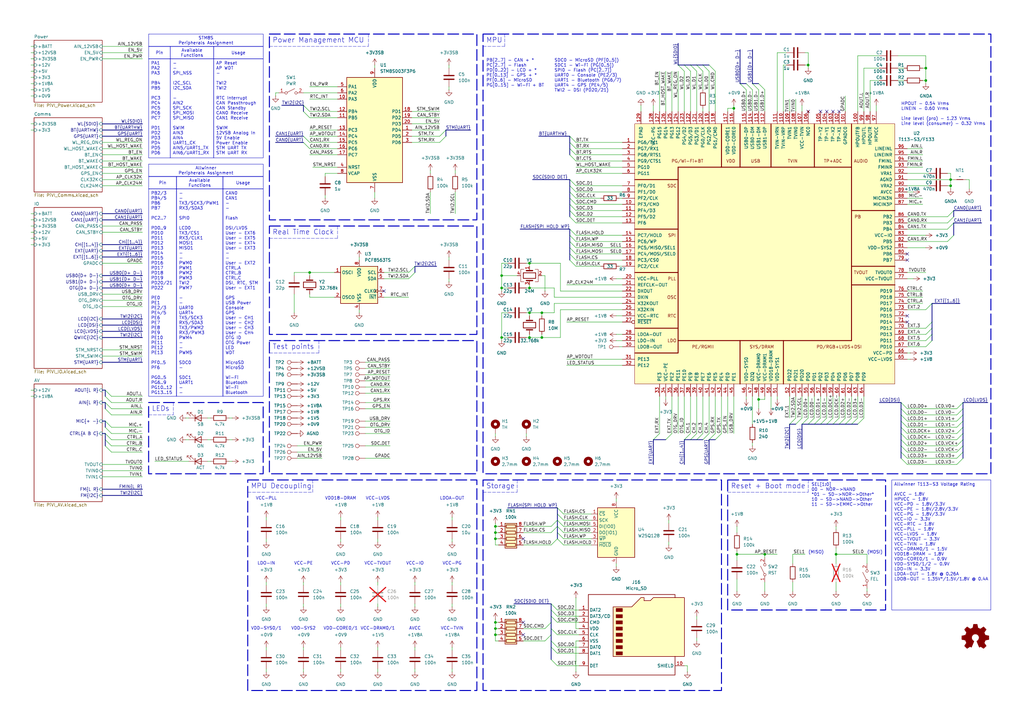
<source format=kicad_sch>
(kicad_sch (version 20231120) (generator "eeschema") (generator_version "8.0")
  (paper "A3")
  (title_block (title "PiVI") (rev "v1.0") (company "kuba2k2"))
  (bus_alias "DSI" (members "DCK+" "DCK-" "D0+" "D0-" "D1+" "D1-" "D2+" "D2-" "D3+" "D3-"))
  (bus_alias "I2C" (members "SCL" "SDA"))
  (bus_alias "LVDS" (members "VCK+" "VCK-" "V0+" "V0-" "V1+" "V1-" "V2+" "V2-" "V3+" "V3-"))
  (bus_alias "SDIO" (members "CLK" "CMD" "D0" "D1" "D2" "D3"))
  (bus_alias "SPI" (members "CLK" "CS" "MISO" "MOSI"))
  (bus_alias "TP" (members "X1" "X2" "Y1" "Y2"))
  (bus_alias "UART" (members "RX" "TX"))
  (bus_alias "UARTHW" (members "RX" "TX" "CTS" "RTS"))
  (junction (at 313.69 227.33))
  (junction (at 379.73 27.94))
  (junction (at 203.2 220.98))
  (junction (at 342.9 227.33))
  (junction (at 331.47 26.67))
  (junction (at 203.2 257.81))
  (junction (at 203.2 218.44))
  (junction (at 222.25 128.27))
  (junction (at 203.2 255.27))
  (junction (at 217.17 107.95))
  (junction (at 205.74 118.11))
  (junction (at 222.25 138.43))
  (junction (at 203.2 260.35))
  (junction (at 389.89 76.2))
  (junction (at 300.99 44.45))
  (junction (at 379.73 33.02))
  (junction (at 205.74 113.03))
  (junction (at 203.2 215.9))
  (junction (at 127 111.76))
  (junction (at 389.89 73.66))
  (junction (at 217.17 128.27))
  (junction (at 302.26 227.33))
  (junction (at 217.17 118.11))
  (junction (at 217.17 138.43))
  (junction (at 311.15 163.83))
  (junction (at 205.74 138.43))
  (no_connect (at 372.11 132.08))
  (no_connect (at 372.11 129.54))
  (no_connect (at 157.48 119.38))
  (no_connect (at 214.63 260.35))
  (no_connect (at 372.11 106.68))
  (no_connect (at 214.63 255.27))
  (no_connect (at 339.09 45.72))
  (no_connect (at 214.63 220.98))
  (no_connect (at 372.11 104.14))
  (no_connect (at 336.55 45.72))
  (no_connect (at 344.17 45.72))
  (no_connect (at 341.63 45.72))
  (no_connect (at 331.47 45.72))
  (bus_entry (at 233.68 78.74) (size 2.54 2.54))
  (bus_entry (at 283.21 26.67) (size 2.54 2.54))
  (bus_entry (at 351.79 173.99) (size 2.54 -2.54))
  (bus_entry (at 280.67 26.67) (size 2.54 2.54))
  (bus_entry (at 394.97 177.8) (size -2.54 2.54))
  (bus_entry (at 170.18 111.76) (size -2.54 2.54))
  (bus_entry (at 391.16 96.52) (size -2.54 2.54))
  (bus_entry (at 124.46 58.42) (size 2.54 2.54))
  (bus_entry (at 226.06 252.73) (size 2.54 2.54))
  (bus_entry (at 394.97 165.1) (size -2.54 2.54))
  (bus_entry (at 369.57 187.96) (size 2.54 2.54))
  (bus_entry (at 306.07 34.29) (size 2.54 2.54))
  (bus_entry (at 170.18 109.22) (size -2.54 2.54))
  (bus_entry (at 293.37 180.34) (size 2.54 -2.54))
  (bus_entry (at 226.06 262.89) (size 2.54 2.54))
  (bus_entry (at 233.68 60.96) (size 2.54 2.54))
  (bus_entry (at 226.06 247.65) (size 2.54 2.54))
  (bus_entry (at 182.88 53.34) (size -2.54 2.54))
  (bus_entry (at 124.46 43.18) (size 2.54 2.54))
  (bus_entry (at 382.27 132.08) (size -2.54 2.54))
  (bus_entry (at 228.6 208.28) (size 2.54 2.54))
  (bus_entry (at 339.09 173.99) (size 2.54 -2.54))
  (bus_entry (at 369.57 165.1) (size 2.54 2.54))
  (bus_entry (at 226.06 265.43) (size 2.54 2.54))
  (bus_entry (at 391.16 91.44) (size -2.54 2.54))
  (bus_entry (at 290.83 26.67) (size 2.54 2.54))
  (bus_entry (at 226.06 270.51) (size 2.54 2.54))
  (bus_entry (at 382.27 139.7) (size -2.54 2.54))
  (bus_entry (at 394.97 170.18) (size -2.54 2.54))
  (bus_entry (at 328.93 173.99) (size 2.54 -2.54))
  (bus_entry (at 226.06 255.27) (size -2.54 2.54))
  (bus_entry (at 290.83 180.34) (size 2.54 -2.54))
  (bus_entry (at 43.18 162.56) (size 2.54 2.54))
  (bus_entry (at 369.57 180.34) (size 2.54 2.54))
  (bus_entry (at 280.67 180.34) (size 2.54 -2.54))
  (bus_entry (at 233.68 88.9) (size 2.54 2.54))
  (bus_entry (at 233.68 99.06) (size 2.54 2.54))
  (bus_entry (at 43.18 182.88) (size 2.54 2.54))
  (bus_entry (at 43.18 177.8) (size 2.54 2.54))
  (bus_entry (at 228.6 213.36) (size 2.54 2.54))
  (bus_entry (at 308.61 34.29) (size 2.54 2.54))
  (bus_entry (at 228.6 210.82) (size 2.54 2.54))
  (bus_entry (at 394.97 172.72) (size -2.54 2.54))
  (bus_entry (at 283.21 180.34) (size 2.54 -2.54))
  (bus_entry (at 124.46 55.88) (size 2.54 2.54))
  (bus_entry (at 288.29 26.67) (size 2.54 2.54))
  (bus_entry (at 228.6 215.9) (size 2.54 2.54))
  (bus_entry (at 233.68 106.68) (size 2.54 2.54))
  (bus_entry (at 391.16 86.36) (size -2.54 2.54))
  (bus_entry (at 288.29 180.34) (size 2.54 -2.54))
  (bus_entry (at 369.57 182.88) (size 2.54 2.54))
  (bus_entry (at 303.53 34.29) (size 2.54 2.54))
  (bus_entry (at 394.97 182.88) (size -2.54 2.54))
  (bus_entry (at 43.18 165.1) (size 2.54 2.54))
  (bus_entry (at 233.68 55.88) (size 2.54 2.54))
  (bus_entry (at 233.68 58.42) (size 2.54 2.54))
  (bus_entry (at 278.13 26.67) (size 2.54 2.54))
  (bus_entry (at 391.16 88.9) (size -2.54 2.54))
  (bus_entry (at 273.05 180.34) (size 2.54 -2.54))
  (bus_entry (at 233.68 83.82) (size 2.54 2.54))
  (bus_entry (at 369.57 185.42) (size 2.54 2.54))
  (bus_entry (at 233.68 63.5) (size 2.54 2.54))
  (bus_entry (at 369.57 170.18) (size 2.54 2.54))
  (bus_entry (at 369.57 167.64) (size 2.54 2.54))
  (bus_entry (at 226.06 250.19) (size 2.54 2.54))
  (bus_entry (at 323.85 173.99) (size 2.54 -2.54))
  (bus_entry (at 233.68 104.14) (size 2.54 2.54))
  (bus_entry (at 344.17 173.99) (size 2.54 -2.54))
  (bus_entry (at 341.63 173.99) (size 2.54 -2.54))
  (bus_entry (at 285.75 26.67) (size 2.54 2.54))
  (bus_entry (at 369.57 175.26) (size 2.54 2.54))
  (bus_entry (at 394.97 175.26) (size -2.54 2.54))
  (bus_entry (at 233.68 96.52) (size 2.54 2.54))
  (bus_entry (at 233.68 93.98) (size 2.54 2.54))
  (bus_entry (at 233.68 86.36) (size 2.54 2.54))
  (bus_entry (at 382.27 124.46) (size -2.54 2.54))
  (bus_entry (at 228.6 213.36) (size -2.54 2.54))
  (bus_entry (at 311.15 34.29) (size 2.54 2.54))
  (bus_entry (at 233.68 81.28) (size 2.54 2.54))
  (bus_entry (at 326.39 173.99) (size 2.54 -2.54))
  (bus_entry (at 228.6 220.98) (size -2.54 2.54))
  (bus_entry (at 334.01 173.99) (size 2.54 -2.54))
  (bus_entry (at 43.18 167.64) (size 2.54 2.54))
  (bus_entry (at 331.47 173.99) (size 2.54 -2.54))
  (bus_entry (at 43.18 172.72) (size 2.54 2.54))
  (bus_entry (at 43.18 175.26) (size 2.54 2.54))
  (bus_entry (at 394.97 187.96) (size -2.54 2.54))
  (bus_entry (at 226.06 260.35) (size -2.54 2.54))
  (bus_entry (at 369.57 177.8) (size 2.54 2.54))
  (bus_entry (at 228.6 215.9) (size -2.54 2.54))
  (bus_entry (at 346.71 173.99) (size 2.54 -2.54))
  (bus_entry (at 226.06 257.81) (size 2.54 2.54))
  (bus_entry (at 394.97 180.34) (size -2.54 2.54))
  (bus_entry (at 285.75 180.34) (size 2.54 -2.54))
  (bus_entry (at 369.57 172.72) (size 2.54 2.54))
  (bus_entry (at 394.97 167.64) (size -2.54 2.54))
  (bus_entry (at 233.68 73.66) (size 2.54 2.54))
  (bus_entry (at 233.68 101.6) (size 2.54 2.54))
  (bus_entry (at 43.18 160.02) (size 2.54 2.54))
  (bus_entry (at 394.97 185.42) (size -2.54 2.54))
  (bus_entry (at 228.6 220.98) (size 2.54 2.54))
  (bus_entry (at 233.68 76.2) (size 2.54 2.54))
  (bus_entry (at 228.6 218.44) (size 2.54 2.54))
  (bus_entry (at 124.46 45.72) (size 2.54 2.54))
  (bus_entry (at 349.25 173.99) (size 2.54 -2.54))
  (bus_entry (at 182.88 55.88) (size -2.54 2.54))
  (bus_entry (at 336.55 173.99) (size 2.54 -2.54))
  (bus_entry (at 382.27 137.16) (size -2.54 2.54))
  (bus_entry (at 267.97 180.34) (size 2.54 -2.54))
  (bus_entry (at 43.18 180.34) (size 2.54 2.54))
  (bus_entry (at 382.27 134.62) (size -2.54 2.54))
  (wire (pts (xy 109.22 265.43) (xy 109.22 266.7)))
  (wire (pts (xy 41.91 123.19) (xy 58.42 123.19)))
  (wire (pts (xy 133.35 71.12) (xy 138.43 71.12)))
  (wire (pts (xy 227.33 124.46) (xy 255.27 124.46)))
  (wire (pts (xy 356.87 33.02) (xy 356.87 45.72)))
  (wire (pts (xy 372.11 190.5) (xy 392.43 190.5)))
  (wire (pts (xy 379.73 33.02) (xy 379.73 34.29)))
  (wire (pts (xy 215.9 118.11) (xy 217.17 118.11)))
  (wire (pts (xy 232.41 147.32) (xy 255.27 147.32)))
  (wire (pts (xy 388.62 71.12) (xy 389.89 71.12)))
  (bus (pts (xy 41.91 113.03) (xy 58.42 113.03)))
  (wire (pts (xy 12.7 92.71) (xy 13.97 92.71)))
  (wire (pts (xy 149.86 165.1) (xy 160.02 165.1)))
  (wire (pts (xy 12.7 100.33) (xy 13.97 100.33)))
  (wire (pts (xy 149.86 148.59) (xy 160.02 148.59)))
  (wire (pts (xy 127 60.96) (xy 138.43 60.96)))
  (bus (pts (xy 382.27 137.16) (xy 382.27 139.7)))
  (bus (pts (xy 369.57 167.64) (xy 369.57 170.18)))
  (wire (pts (xy 149.86 182.88) (xy 160.02 182.88)))
  (wire (pts (xy 342.9 227.33) (xy 342.9 231.14)))
  (wire (pts (xy 229.87 119.38) (xy 255.27 119.38)))
  (bus (pts (xy 228.6 218.44) (xy 228.6 215.9)))
  (wire (pts (xy 302.26 237.49) (xy 302.26 242.57)))
  (wire (pts (xy 372.11 83.82) (xy 378.46 83.82)))
  (wire (pts (xy 389.89 71.12) (xy 389.89 73.66)))
  (wire (pts (xy 228.6 267.97) (xy 237.49 267.97)))
  (bus (pts (xy 208.28 208.28) (xy 228.6 208.28)))
  (wire (pts (xy 63.5 189.23) (xy 77.47 189.23)))
  (bus (pts (xy 226.06 247.65) (xy 226.06 250.19)))
  (wire (pts (xy 127 45.72) (xy 138.43 45.72)))
  (polyline (pts (xy 130.81 139.7) (xy 130.81 144.78)) (stroke (width 0.127) (type dash)))
  (wire (pts (xy 205.74 113.03) (xy 205.74 107.95)))
  (wire (pts (xy 306.07 36.83) (xy 306.07 45.72)))
  (polyline (pts (xy 198.12 19.05) (xy 207.01 19.05)) (stroke (width 0.127) (type dash)))
  (wire (pts (xy 214.63 262.89) (xy 223.52 262.89)))
  (wire (pts (xy 41.91 58.42) (xy 58.42 58.42)))
  (wire (pts (xy 133.35 80.01) (xy 133.35 81.28)))
  (wire (pts (xy 237.49 257.81) (xy 236.22 257.81)))
  (wire (pts (xy 45.72 167.64) (xy 58.42 167.64)))
  (bus (pts (xy 285.75 26.67) (xy 288.29 26.67)))
  (bus (pts (xy 41.91 177.8) (xy 43.18 177.8)))
  (wire (pts (xy 203.2 255.27) (xy 203.2 257.81)))
  (bus (pts (xy 43.18 180.34) (xy 43.18 182.88)))
  (wire (pts (xy 236.22 262.89) (xy 236.22 275.59)))
  (wire (pts (xy 176.53 69.85) (xy 176.53 71.12)))
  (wire (pts (xy 12.7 29.21) (xy 13.97 29.21)))
  (wire (pts (xy 227.33 124.46) (xy 227.33 128.27)))
  (wire (pts (xy 372.11 127) (xy 379.73 127)))
  (wire (pts (xy 372.11 147.32) (xy 373.38 147.32)))
  (bus (pts (xy 303.53 20.32) (xy 303.53 34.29)))
  (wire (pts (xy 326.39 40.64) (xy 326.39 45.72)))
  (bus (pts (xy 369.57 172.72) (xy 369.57 175.26)))
  (wire (pts (xy 215.9 138.43) (xy 217.17 138.43)))
  (bus (pts (xy 41.91 200.66) (xy 58.42 200.66)))
  (bus (pts (xy 233.68 73.66) (xy 233.68 76.2)))
  (bus (pts (xy 278.13 26.67) (xy 280.67 26.67)))
  (wire (pts (xy 167.64 111.76) (xy 157.48 111.76)))
  (bus (pts (xy 41.91 100.33) (xy 58.42 100.33)))
  (wire (pts (xy 170.18 247.65) (xy 170.18 248.92)))
  (wire (pts (xy 372.11 101.6) (xy 379.73 101.6)))
  (wire (pts (xy 149.86 177.8) (xy 160.02 177.8)))
  (wire (pts (xy 236.22 68.58) (xy 255.27 68.58)))
  (wire (pts (xy 149.86 161.29) (xy 160.02 161.29)))
  (wire (pts (xy 93.98 189.23) (xy 95.25 189.23)))
  (wire (pts (xy 372.11 78.74) (xy 374.65 78.74)))
  (wire (pts (xy 285.75 162.56) (xy 285.75 177.8)))
  (wire (pts (xy 254 109.22) (xy 255.27 109.22)))
  (wire (pts (xy 302.26 227.33) (xy 313.69 227.33)))
  (wire (pts (xy 41.91 71.12) (xy 58.42 71.12)))
  (wire (pts (xy 313.69 227.33) (xy 313.69 228.6)))
  (wire (pts (xy 290.83 162.56) (xy 290.83 177.8)))
  (wire (pts (xy 12.7 90.17) (xy 13.97 90.17)))
  (wire (pts (xy 236.22 96.52) (xy 255.27 96.52)))
  (bus (pts (xy 226.06 250.19) (xy 226.06 252.73)))
  (wire (pts (xy 205.74 113.03) (xy 212.09 113.03)))
  (wire (pts (xy 93.98 180.34) (xy 95.25 180.34)))
  (wire (pts (xy 12.7 87.63) (xy 13.97 87.63)))
  (wire (pts (xy 236.22 86.36) (xy 255.27 86.36)))
  (bus (pts (xy 233.68 93.98) (xy 233.68 96.52)))
  (wire (pts (xy 285.75 29.21) (xy 285.75 45.72)))
  (wire (pts (xy 127 121.92) (xy 127 120.65)))
  (wire (pts (xy 41.91 66.04) (xy 58.42 66.04)))
  (wire (pts (xy 313.69 227.33) (xy 318.77 227.33)))
  (wire (pts (xy 185.42 212.09) (xy 185.42 213.36)))
  (wire (pts (xy 372.11 144.78) (xy 373.38 144.78)))
  (wire (pts (xy 41.91 92.71) (xy 58.42 92.71)))
  (polyline (pts (xy 331.47 196.85) (xy 331.47 201.93)) (stroke (width 0.127) (type dash)))
  (bus (pts (xy 41.91 118.11) (xy 58.42 118.11)))
  (wire (pts (xy 388.62 76.2) (xy 389.89 76.2)))
  (wire (pts (xy 372.11 139.7) (xy 379.73 139.7)))
  (wire (pts (xy 354.33 27.94) (xy 360.68 27.94)))
  (wire (pts (xy 379.73 111.76) (xy 372.11 111.76)))
  (wire (pts (xy 288.29 29.21) (xy 288.29 36.83)))
  (wire (pts (xy 229.87 127) (xy 229.87 138.43)))
  (wire (pts (xy 205.74 138.43) (xy 205.74 139.7)))
  (wire (pts (xy 372.11 76.2) (xy 381 76.2)))
  (wire (pts (xy 236.22 83.82) (xy 255.27 83.82)))
  (bus (pts (xy 323.85 173.99) (xy 326.39 173.99)))
  (wire (pts (xy 149.86 175.26) (xy 160.02 175.26)))
  (bus (pts (xy 394.97 177.8) (xy 394.97 175.26)))
  (wire (pts (xy 372.11 60.96) (xy 378.46 60.96)))
  (bus (pts (xy 280.67 180.34) (xy 283.21 180.34)))
  (bus (pts (xy 369.57 175.26) (xy 369.57 177.8)))
  (wire (pts (xy 236.22 58.42) (xy 255.27 58.42)))
  (polyline (pts (xy 101.6 201.93) (xy 128.27 201.93)) (stroke (width 0.127) (type dash)))
  (wire (pts (xy 302.26 215.9) (xy 302.26 218.44)))
  (wire (pts (xy 203.2 260.35) (xy 203.2 262.89)))
  (wire (pts (xy 372.11 73.66) (xy 389.89 73.66)))
  (wire (pts (xy 217.17 128.27) (xy 222.25 128.27)))
  (wire (pts (xy 167.64 114.3) (xy 157.48 114.3)))
  (wire (pts (xy 372.11 170.18) (xy 392.43 170.18)))
  (wire (pts (xy 149.86 153.67) (xy 160.02 153.67)))
  (bus (pts (xy 382.27 132.08) (xy 382.27 134.62)))
  (wire (pts (xy 12.7 24.13) (xy 13.97 24.13)))
  (wire (pts (xy 41.91 95.25) (xy 58.42 95.25)))
  (bus (pts (xy 280.67 190.5) (xy 280.67 180.34)))
  (wire (pts (xy 372.11 121.92) (xy 378.46 121.92)))
  (wire (pts (xy 278.13 162.56) (xy 278.13 177.8)))
  (wire (pts (xy 252.73 231.14) (xy 252.73 232.41)))
  (wire (pts (xy 275.59 162.56) (xy 275.59 177.8)))
  (wire (pts (xy 372.11 180.34) (xy 392.43 180.34)))
  (wire (pts (xy 328.93 43.18) (xy 328.93 45.72)))
  (bus (pts (xy 308.61 34.29) (xy 308.61 20.32)))
  (wire (pts (xy 372.11 91.44) (xy 388.62 91.44)))
  (wire (pts (xy 204.47 262.89) (xy 203.2 262.89)))
  (wire (pts (xy 12.7 50.8) (xy 13.97 50.8)))
  (bus (pts (xy 233.68 101.6) (xy 233.68 104.14)))
  (wire (pts (xy 349.25 162.56) (xy 349.25 171.45)))
  (wire (pts (xy 228.6 252.73) (xy 237.49 252.73)))
  (wire (pts (xy 285.75 261.62) (xy 285.75 262.89)))
  (wire (pts (xy 203.2 260.35) (xy 204.47 260.35)))
  (bus (pts (xy 179.07 109.22) (xy 170.18 109.22)))
  (bus (pts (xy 323.85 184.15) (xy 323.85 173.99)))
  (wire (pts (xy 288.29 44.45) (xy 288.29 45.72)))
  (wire (pts (xy 127 55.88) (xy 138.43 55.88)))
  (wire (pts (xy 346.71 162.56) (xy 346.71 171.45)))
  (wire (pts (xy 354.33 27.94) (xy 354.33 45.72)))
  (bus (pts (xy 41.91 133.35) (xy 58.42 133.35)))
  (wire (pts (xy 41.91 120.65) (xy 58.42 120.65)))
  (bus (pts (xy 233.68 78.74) (xy 233.68 81.28)))
  (wire (pts (xy 280.67 162.56) (xy 280.67 177.8)))
  (wire (pts (xy 41.91 125.73) (xy 58.42 125.73)))
  (wire (pts (xy 203.2 223.52) (xy 204.47 223.52)))
  (wire (pts (xy 323.85 162.56) (xy 323.85 171.45)))
  (wire (pts (xy 214.63 257.81) (xy 223.52 257.81)))
  (wire (pts (xy 378.46 27.94) (xy 379.73 27.94)))
  (wire (pts (xy 351.79 22.86) (xy 360.68 22.86)))
  (wire (pts (xy 185.42 220.98) (xy 185.42 222.25)))
  (bus (pts (xy 41.91 130.81) (xy 58.42 130.81)))
  (bus (pts (xy 394.97 172.72) (xy 394.97 170.18)))
  (wire (pts (xy 203.2 215.9) (xy 203.2 218.44)))
  (wire (pts (xy 255.27 127) (xy 229.87 127)))
  (wire (pts (xy 302.26 227.33) (xy 302.26 229.87)))
  (wire (pts (xy 283.21 162.56) (xy 283.21 177.8)))
  (bus (pts (xy 267.97 180.34) (xy 273.05 180.34)))
  (wire (pts (xy 85.09 189.23) (xy 86.36 189.23)))
  (wire (pts (xy 205.74 119.38) (xy 205.74 118.11)))
  (wire (pts (xy 154.94 220.98) (xy 154.94 222.25)))
  (wire (pts (xy 168.91 58.42) (xy 180.34 58.42)))
  (wire (pts (xy 372.11 167.64) (xy 392.43 167.64)))
  (wire (pts (xy 270.51 29.21) (xy 270.51 45.72)))
  (wire (pts (xy 325.12 227.33) (xy 325.12 231.14)))
  (wire (pts (xy 41.91 146.05) (xy 58.42 146.05)))
  (wire (pts (xy 293.37 162.56) (xy 293.37 177.8)))
  (wire (pts (xy 302.26 226.06) (xy 302.26 227.33)))
  (polyline (pts (xy 110.49 97.79) (xy 138.43 97.79)) (stroke (width 0.127) (type dash)))
  (wire (pts (xy 318.77 162.56) (xy 318.77 163.83)))
  (wire (pts (xy 275.59 29.21) (xy 275.59 45.72)))
  (wire (pts (xy 326.39 162.56) (xy 326.39 171.45)))
  (wire (pts (xy 356.87 33.02) (xy 360.68 33.02)))
  (bus (pts (xy 113.03 58.42) (xy 124.46 58.42)))
  (wire (pts (xy 236.22 88.9) (xy 255.27 88.9)))
  (bus (pts (xy 226.06 255.27) (xy 226.06 257.81)))
  (bus (pts (xy 303.53 34.29) (xy 306.07 34.29)))
  (bus (pts (xy 233.68 76.2) (xy 233.68 78.74)))
  (wire (pts (xy 12.7 36.83) (xy 13.97 36.83)))
  (wire (pts (xy 372.11 71.12) (xy 381 71.12)))
  (bus (pts (xy 233.68 58.42) (xy 233.68 60.96)))
  (bus (pts (xy 228.6 215.9) (xy 228.6 213.36)))
  (bus (pts (xy 369.57 170.18) (xy 369.57 172.72)))
  (wire (pts (xy 215.9 128.27) (xy 217.17 128.27)))
  (wire (pts (xy 236.22 101.6) (xy 255.27 101.6)))
  (wire (pts (xy 318.77 21.59) (xy 318.77 45.72)))
  (wire (pts (xy 176.53 87.63) (xy 176.53 78.74)))
  (bus (pts (xy 394.97 167.64) (xy 394.97 165.1)))
  (wire (pts (xy 308.61 36.83) (xy 308.61 45.72)))
  (wire (pts (xy 231.14 223.52) (xy 242.57 223.52)))
  (wire (pts (xy 217.17 118.11) (xy 217.17 116.84)))
  (wire (pts (xy 205.74 128.27) (xy 208.28 128.27)))
  (wire (pts (xy 41.91 21.59) (xy 58.42 21.59)))
  (bus (pts (xy 43.18 177.8) (xy 43.18 180.34)))
  (wire (pts (xy 321.31 26.67) (xy 322.58 26.67)))
  (wire (pts (xy 372.11 114.3) (xy 374.65 114.3)))
  (wire (pts (xy 170.18 274.32) (xy 170.18 275.59)))
  (bus (pts (xy 226.06 260.35) (xy 226.06 257.81)))
  (wire (pts (xy 127 40.64) (xy 138.43 40.64)))
  (bus (pts (xy 233.68 83.82) (xy 233.68 86.36)))
  (wire (pts (xy 389.89 73.66) (xy 391.16 73.66)))
  (wire (pts (xy 231.14 213.36) (xy 242.57 213.36)))
  (wire (pts (xy 236.22 106.68) (xy 255.27 106.68)))
  (bus (pts (xy 170.18 109.22) (xy 170.18 111.76)))
  (bus (pts (xy 346.71 173.99) (xy 349.25 173.99)))
  (polyline (pts (xy 110.49 19.05) (xy 151.13 19.05)) (stroke (width 0.127) (type dash)))
  (wire (pts (xy 262.89 43.18) (xy 262.89 45.72)))
  (wire (pts (xy 331.47 26.67) (xy 331.47 27.94)))
  (wire (pts (xy 231.14 220.98) (xy 242.57 220.98)))
  (bus (pts (xy 226.06 265.43) (xy 226.06 270.51)))
  (wire (pts (xy 12.7 162.56) (xy 13.97 162.56)))
  (bus (pts (xy 328.93 173.99) (xy 331.47 173.99)))
  (wire (pts (xy 274.32 222.25) (xy 274.32 223.52)))
  (wire (pts (xy 222.25 113.03) (xy 223.52 113.03)))
  (wire (pts (xy 232.41 149.86) (xy 255.27 149.86)))
  (wire (pts (xy 231.14 210.82) (xy 242.57 210.82)))
  (wire (pts (xy 300.99 44.45) (xy 300.99 45.72)))
  (bus (pts (xy 233.68 99.06) (xy 233.68 101.6)))
  (wire (pts (xy 127 58.42) (xy 138.43 58.42)))
  (wire (pts (xy 41.91 195.58) (xy 58.42 195.58)))
  (wire (pts (xy 139.7 247.65) (xy 139.7 248.92)))
  (bus (pts (xy 280.67 26.67) (xy 283.21 26.67)))
  (wire (pts (xy 124.46 274.32) (xy 124.46 275.59)))
  (wire (pts (xy 45.72 165.1) (xy 58.42 165.1)))
  (bus (pts (xy 41.91 115.57) (xy 58.42 115.57)))
  (wire (pts (xy 311.15 162.56) (xy 311.15 163.83)))
  (bus (pts (xy 233.68 96.52) (xy 233.68 99.06)))
  (bus (pts (xy 43.18 165.1) (xy 43.18 167.64)))
  (bus (pts (xy 41.91 135.89) (xy 58.42 135.89)))
  (wire (pts (xy 41.91 193.04) (xy 58.42 193.04)))
  (wire (pts (xy 109.22 220.98) (xy 109.22 222.25)))
  (wire (pts (xy 280.67 29.21) (xy 280.67 45.72)))
  (wire (pts (xy 228.6 265.43) (xy 237.49 265.43)))
  (wire (pts (xy 170.18 265.43) (xy 170.18 266.7)))
  (wire (pts (xy 41.91 190.5) (xy 58.42 190.5)))
  (bus (pts (xy 210.82 247.65) (xy 226.06 247.65)))
  (wire (pts (xy 372.11 124.46) (xy 378.46 124.46)))
  (bus (pts (xy 394.97 170.18) (xy 394.97 167.64)))
  (wire (pts (xy 127 111.76) (xy 137.16 111.76)))
  (wire (pts (xy 133.35 71.12) (xy 133.35 72.39)))
  (wire (pts (xy 127 113.03) (xy 127 111.76)))
  (wire (pts (xy 12.7 95.25) (xy 13.97 95.25)))
  (wire (pts (xy 339.09 162.56) (xy 339.09 171.45)))
  (wire (pts (xy 288.29 162.56) (xy 288.29 177.8)))
  (wire (pts (xy 222.25 137.16) (xy 222.25 138.43)))
  (bus (pts (xy 115.57 43.18) (xy 124.46 43.18)))
  (bus (pts (xy 41.91 50.8) (xy 58.42 50.8)))
  (wire (pts (xy 184.15 35.56) (xy 184.15 36.83)))
  (wire (pts (xy 231.14 215.9) (xy 242.57 215.9)))
  (bus (pts (xy 228.6 220.98) (xy 228.6 218.44)))
  (polyline (pts (xy 110.49 144.78) (xy 130.81 144.78)) (stroke (width 0.127) (type dash)))
  (bus (pts (xy 382.27 134.62) (xy 382.27 137.16)))
  (wire (pts (xy 223.52 113.03) (xy 223.52 119.38)))
  (wire (pts (xy 313.69 36.83) (xy 313.69 45.72)))
  (wire (pts (xy 236.22 81.28) (xy 246.38 81.28)))
  (bus (pts (xy 283.21 26.67) (xy 285.75 26.67)))
  (bus (pts (xy 218.44 73.66) (xy 233.68 73.66)))
  (wire (pts (xy 154.94 212.09) (xy 154.94 213.36)))
  (wire (pts (xy 128.27 68.58) (xy 138.43 68.58)))
  (bus (pts (xy 233.68 55.88) (xy 233.68 58.42)))
  (wire (pts (xy 334.01 162.56) (xy 334.01 171.45)))
  (bus (pts (xy 394.97 175.26) (xy 394.97 172.72)))
  (wire (pts (xy 185.42 247.65) (xy 185.42 248.92)))
  (wire (pts (xy 109.22 274.32) (xy 109.22 275.59)))
  (wire (pts (xy 203.2 257.81) (xy 203.2 260.35)))
  (polyline (pts (xy 207.01 13.97) (xy 207.01 19.05)) (stroke (width 0.127) (type dash)))
  (wire (pts (xy 120.65 120.65) (xy 120.65 128.27)))
  (bus (pts (xy 213.36 93.98) (xy 233.68 93.98)))
  (wire (pts (xy 12.7 53.34) (xy 13.97 53.34)))
  (bus (pts (xy 113.03 55.88) (xy 124.46 55.88)))
  (bus (pts (xy 267.97 180.34) (xy 267.97 190.5)))
  (wire (pts (xy 228.6 260.35) (xy 237.49 260.35)))
  (bus (pts (xy 41.91 160.02) (xy 43.18 160.02)))
  (wire (pts (xy 372.11 185.42) (xy 392.43 185.42)))
  (wire (pts (xy 113.03 38.1) (xy 114.3 38.1)))
  (wire (pts (xy 236.22 60.96) (xy 255.27 60.96)))
  (wire (pts (xy 124.46 238.76) (xy 124.46 240.03)))
  (wire (pts (xy 124.46 265.43) (xy 124.46 266.7)))
  (wire (pts (xy 76.2 171.45) (xy 77.47 171.45)))
  (wire (pts (xy 185.42 265.43) (xy 185.42 266.7)))
  (bus (pts (xy 360.68 165.1) (xy 369.57 165.1)))
  (bus (pts (xy 41.91 138.43) (xy 58.42 138.43)))
  (wire (pts (xy 252.73 114.3) (xy 255.27 114.3)))
  (wire (pts (xy 121.92 185.42) (xy 132.08 185.42)))
  (wire (pts (xy 153.67 27.94) (xy 153.67 26.67)))
  (bus (pts (xy 41.91 87.63) (xy 58.42 87.63)))
  (bus (pts (xy 308.61 34.29) (xy 311.15 34.29)))
  (bus (pts (xy 226.06 262.89) (xy 226.06 265.43)))
  (wire (pts (xy 205.74 118.11) (xy 208.28 118.11)))
  (bus (pts (xy 394.97 165.1) (xy 405.13 165.1)))
  (wire (pts (xy 154.94 247.65) (xy 154.94 248.92)))
  (wire (pts (xy 93.98 171.45) (xy 95.25 171.45)))
  (wire (pts (xy 372.11 63.5) (xy 378.46 63.5)))
  (wire (pts (xy 127 63.5) (xy 138.43 63.5)))
  (wire (pts (xy 227.33 121.92) (xy 255.27 121.92)))
  (bus (pts (xy 43.18 160.02) (xy 43.18 162.56)))
  (wire (pts (xy 372.11 142.24) (xy 379.73 142.24)))
  (wire (pts (xy 342.9 227.33) (xy 355.6 227.33)))
  (wire (pts (xy 298.45 44.45) (xy 300.99 44.45)))
  (wire (pts (xy 149.86 158.75) (xy 160.02 158.75)))
  (wire (pts (xy 205.74 138.43) (xy 208.28 138.43)))
  (wire (pts (xy 227.33 118.11) (xy 217.17 118.11)))
  (wire (pts (xy 273.05 162.56) (xy 273.05 163.83)))
  (polyline (pts (xy 138.43 92.71) (xy 138.43 97.79)) (stroke (width 0.127) (type dash)))
  (wire (pts (xy 12.7 39.37) (xy 13.97 39.37)))
  (wire (pts (xy 300.99 43.18) (xy 300.99 44.45)))
  (wire (pts (xy 290.83 29.21) (xy 290.83 45.72)))
  (wire (pts (xy 254 81.28) (xy 255.27 81.28)))
  (wire (pts (xy 368.3 22.86) (xy 379.73 22.86)))
  (wire (pts (xy 12.7 19.05) (xy 13.97 19.05)))
  (wire (pts (xy 323.85 40.64) (xy 323.85 45.72)))
  (wire (pts (xy 45.72 180.34) (xy 58.42 180.34)))
  (wire (pts (xy 184.15 105.41) (xy 184.15 106.68)))
  (wire (pts (xy 41.91 107.95) (xy 58.42 107.95)))
  (wire (pts (xy 41.91 63.5) (xy 58.42 63.5)))
  (wire (pts (xy 232.41 116.84) (xy 255.27 116.84)))
  (bus (pts (xy 391.16 91.44) (xy 391.16 96.52)))
  (wire (pts (xy 372.11 99.06) (xy 388.62 99.06)))
  (wire (pts (xy 330.2 21.59) (xy 331.47 21.59)))
  (bus (pts (xy 382.27 124.46) (xy 393.7 124.46)))
  (wire (pts (xy 124.46 247.65) (xy 124.46 248.92)))
  (wire (pts (xy 228.6 255.27) (xy 237.49 255.27)))
  (bus (pts (xy 344.17 173.99) (xy 346.71 173.99)))
  (wire (pts (xy 217.17 138.43) (xy 222.25 138.43)))
  (wire (pts (xy 228.6 273.05) (xy 237.49 273.05)))
  (wire (pts (xy 236.22 63.5) (xy 255.27 63.5)))
  (wire (pts (xy 203.2 215.9) (xy 204.47 215.9)))
  (bus (pts (xy 41.91 203.2) (xy 58.42 203.2)))
  (wire (pts (xy 154.94 274.32) (xy 154.94 275.59)))
  (wire (pts (xy 368.3 33.02) (xy 370.84 33.02)))
  (wire (pts (xy 41.91 76.2) (xy 58.42 76.2)))
  (wire (pts (xy 229.87 107.95) (xy 229.87 119.38)))
  (wire (pts (xy 109.22 212.09) (xy 109.22 213.36)))
  (bus (pts (xy 369.57 182.88) (xy 369.57 185.42)))
  (bus (pts (xy 233.68 104.14) (xy 233.68 106.68)))
  (bus (pts (xy 402.59 91.44) (xy 391.16 91.44)))
  (wire (pts (xy 372.11 182.88) (xy 392.43 182.88)))
  (wire (pts (xy 76.2 180.34) (xy 77.47 180.34)))
  (wire (pts (xy 149.86 151.13) (xy 160.02 151.13)))
  (wire (pts (xy 236.22 91.44) (xy 255.27 91.44)))
  (wire (pts (xy 12.7 26.67) (xy 13.97 26.67)))
  (wire (pts (xy 45.72 162.56) (xy 58.42 162.56)))
  (wire (pts (xy 236.22 99.06) (xy 255.27 99.06)))
  (wire (pts (xy 397.51 73.66) (xy 397.51 77.47)))
  (wire (pts (xy 285.75 252.73) (xy 285.75 254)))
  (bus (pts (xy 341.63 173.99) (xy 344.17 173.99)))
  (wire (pts (xy 120.65 111.76) (xy 127 111.76)))
  (wire (pts (xy 372.11 93.98) (xy 388.62 93.98)))
  (wire (pts (xy 311.15 163.83) (xy 313.69 163.83)))
  (wire (pts (xy 124.46 38.1) (xy 138.43 38.1)))
  (wire (pts (xy 308.61 182.88) (xy 308.61 181.61)))
  (wire (pts (xy 147.32 127) (xy 147.32 128.27)))
  (wire (pts (xy 170.18 238.76) (xy 170.18 240.03)))
  (polyline (pts (xy 212.09 196.85) (xy 212.09 201.93)) (stroke (width 0.127) (type dash)))
  (wire (pts (xy 372.11 177.8) (xy 392.43 177.8)))
  (bus (pts (xy 369.57 177.8) (xy 369.57 180.34)))
  (wire (pts (xy 372.11 134.62) (xy 379.73 134.62)))
  (bus (pts (xy 285.75 180.34) (xy 288.29 180.34)))
  (wire (pts (xy 85.09 171.45) (xy 86.36 171.45)))
  (wire (pts (xy 203.2 254) (xy 203.2 255.27)))
  (wire (pts (xy 137.16 121.92) (xy 127 121.92)))
  (wire (pts (xy 41.91 60.96) (xy 58.42 60.96)))
  (bus (pts (xy 233.68 81.28) (xy 233.68 83.82)))
  (wire (pts (xy 121.92 187.96) (xy 132.08 187.96)))
  (wire (pts (xy 109.22 247.65) (xy 109.22 248.92)))
  (wire (pts (xy 121.92 182.88) (xy 132.08 182.88)))
  (bus (pts (xy 290.83 180.34) (xy 293.37 180.34)))
  (wire (pts (xy 396.24 73.66) (xy 397.51 73.66)))
  (wire (pts (xy 168.91 50.8) (xy 180.34 50.8)))
  (wire (pts (xy 227.33 118.11) (xy 227.33 121.92)))
  (wire (pts (xy 372.11 137.16) (xy 379.73 137.16)))
  (wire (pts (xy 41.91 19.05) (xy 58.42 19.05)))
  (bus (pts (xy 336.55 173.99) (xy 339.09 173.99)))
  (bus (pts (xy 226.06 252.73) (xy 226.06 255.27)))
  (wire (pts (xy 217.17 137.16) (xy 217.17 138.43)))
  (wire (pts (xy 252.73 139.7) (xy 255.27 139.7)))
  (wire (pts (xy 331.47 162.56) (xy 331.47 171.45)))
  (wire (pts (xy 229.87 107.95) (xy 217.17 107.95)))
  (bus (pts (xy 339.09 173.99) (xy 341.63 173.99)))
  (wire (pts (xy 139.7 265.43) (xy 139.7 266.7)))
  (wire (pts (xy 45.72 182.88) (xy 58.42 182.88)))
  (bus (pts (xy 391.16 86.36) (xy 402.59 86.36)))
  (wire (pts (xy 222.25 128.27) (xy 222.25 129.54)))
  (wire (pts (xy 298.45 162.56) (xy 298.45 177.8)))
  (wire (pts (xy 41.91 73.66) (xy 58.42 73.66)))
  (wire (pts (xy 185.42 274.32) (xy 185.42 275.59)))
  (bus (pts (xy 233.68 86.36) (xy 233.68 88.9)))
  (bus (pts (xy 41.91 172.72) (xy 43.18 172.72)))
  (wire (pts (xy 205.74 107.95) (xy 208.28 107.95)))
  (wire (pts (xy 351.79 162.56) (xy 351.79 171.45)))
  (bus (pts (xy 228.6 213.36) (xy 228.6 210.82)))
  (polyline (pts (xy 128.27 196.85) (xy 128.27 201.93)) (stroke (width 0.127) (type dash)))
  (wire (pts (xy 355.6 227.33) (xy 355.6 231.14)))
  (wire (pts (xy 217.17 129.54) (xy 217.17 128.27)))
  (wire (pts (xy 222.25 128.27) (xy 227.33 128.27)))
  (wire (pts (xy 154.94 238.76) (xy 154.94 240.03)))
  (wire (pts (xy 120.65 111.76) (xy 120.65 113.03)))
  (wire (pts (xy 346.71 39.37) (xy 346.71 45.72)))
  (wire (pts (xy 139.7 274.32) (xy 139.7 275.59)))
  (wire (pts (xy 205.74 138.43) (xy 205.74 128.27)))
  (wire (pts (xy 321.31 26.67) (xy 321.31 45.72)))
  (wire (pts (xy 127 35.56) (xy 138.43 35.56)))
  (wire (pts (xy 149.86 187.96) (xy 160.02 187.96)))
  (wire (pts (xy 222.25 138.43) (xy 229.87 138.43)))
  (wire (pts (xy 355.6 241.3) (xy 355.6 242.57)))
  (wire (pts (xy 318.77 21.59) (xy 322.58 21.59)))
  (wire (pts (xy 354.33 162.56) (xy 354.33 171.45)))
  (wire (pts (xy 203.2 220.98) (xy 203.2 223.52)))
  (wire (pts (xy 379.73 27.94) (xy 379.73 33.02)))
  (wire (pts (xy 109.22 238.76) (xy 109.22 240.03)))
  (wire (pts (xy 372.11 175.26) (xy 392.43 175.26)))
  (wire (pts (xy 372.11 88.9) (xy 388.62 88.9)))
  (wire (pts (xy 298.45 44.45) (xy 298.45 45.72)))
  (wire (pts (xy 372.11 172.72) (xy 392.43 172.72)))
  (wire (pts (xy 12.7 97.79) (xy 13.97 97.79)))
  (wire (pts (xy 149.86 172.72) (xy 160.02 172.72)))
  (wire (pts (xy 232.41 132.08) (xy 255.27 132.08)))
  (wire (pts (xy 372.11 81.28) (xy 378.46 81.28)))
  (wire (pts (xy 149.86 167.64) (xy 160.02 167.64)))
  (polyline (pts (xy 60.96 170.18) (xy 71.12 170.18)) (stroke (width 0.127) (type dash)))
  (wire (pts (xy 154.94 265.43) (xy 154.94 266.7)))
  (bus (pts (xy 369.57 165.1) (xy 369.57 167.64)))
  (wire (pts (xy 45.72 185.42) (xy 58.42 185.42)))
  (wire (pts (xy 184.15 26.67) (xy 184.15 27.94)))
  (wire (pts (xy 252.73 204.47) (xy 252.73 205.74)))
  (wire (pts (xy 311.15 36.83) (xy 311.15 45.72)))
  (bus (pts (xy 288.29 26.67) (xy 290.83 26.67)))
  (bus (pts (xy 331.47 173.99) (xy 334.01 173.99)))
  (bus (pts (xy 228.6 210.82) (xy 228.6 208.28)))
  (wire (pts (xy 236.22 66.04) (xy 255.27 66.04)))
  (wire (pts (xy 341.63 162.56) (xy 341.63 171.45)))
  (bus (pts (xy 328.93 173.99) (xy 328.93 184.15)))
  (wire (pts (xy 236.22 71.12) (xy 255.27 71.12)))
  (bus (pts (xy 394.97 185.42) (xy 394.97 187.96)))
  (wire (pts (xy 300.99 162.56) (xy 300.99 177.8)))
  (wire (pts (xy 378.46 33.02) (xy 379.73 33.02)))
  (wire (pts (xy 185.42 238.76) (xy 185.42 240.03)))
  (wire (pts (xy 231.14 218.44) (xy 242.57 218.44)))
  (wire (pts (xy 351.79 45.72) (xy 351.79 22.86)))
  (bus (pts (xy 41.91 102.87) (xy 58.42 102.87)))
  (wire (pts (xy 325.12 238.76) (xy 325.12 242.57)))
  (bus (pts (xy 334.01 173.99) (xy 336.55 173.99)))
  (wire (pts (xy 215.9 107.95) (xy 217.17 107.95)))
  (wire (pts (xy 359.41 43.18) (xy 359.41 45.72)))
  (polyline (pts (xy 71.12 165.1) (xy 71.12 170.18)) (stroke (width 0.127) (type dash)))
  (wire (pts (xy 217.17 107.95) (xy 217.17 109.22)))
  (wire (pts (xy 157.48 121.92) (xy 167.64 121.92)))
  (wire (pts (xy 41.91 24.13) (xy 58.42 24.13)))
  (wire (pts (xy 252.73 137.16) (xy 255.27 137.16)))
  (wire (pts (xy 328.93 162.56) (xy 328.93 171.45)))
  (wire (pts (xy 270.51 162.56) (xy 270.51 177.8)))
  (polyline (pts (xy 198.12 201.93) (xy 212.09 201.93)) (stroke (width 0.127) (type dash)))
  (wire (pts (xy 139.7 212.09) (xy 139.7 213.36)))
  (wire (pts (xy 280.67 273.05) (xy 281.94 273.05)))
  (bus (pts (xy 369.57 180.34) (xy 369.57 182.88)))
  (wire (pts (xy 344.17 162.56) (xy 344.17 171.45)))
  (wire (pts (xy 203.2 214.63) (xy 203.2 215.9)))
  (wire (pts (xy 342.9 238.76) (xy 342.9 242.57)))
  (wire (pts (xy 149.86 156.21) (xy 160.02 156.21)))
  (wire (pts (xy 203.2 218.44) (xy 204.47 218.44)))
  (wire (pts (xy 203.2 177.8) (xy 203.2 179.07)))
  (wire (pts (xy 273.05 29.21) (xy 273.05 45.72)))
  (wire (pts (xy 274.32 213.36) (xy 274.32 214.63)))
  (wire (pts (xy 278.13 29.21) (xy 278.13 45.72)))
  (wire (pts (xy 311.15 163.83) (xy 311.15 167.64)))
  (wire (pts (xy 336.55 162.56) (xy 336.55 171.45)))
  (wire (pts (xy 184.15 114.3) (xy 184.15 115.57)))
  (wire (pts (xy 203.2 255.27) (xy 204.47 255.27)))
  (wire (pts (xy 12.7 31.75) (xy 13.97 31.75)))
  (bus (pts (xy 193.04 53.34) (xy 182.88 53.34)))
  (wire (pts (xy 331.47 26.67) (xy 331.47 21.59)))
  (wire (pts (xy 236.22 245.11) (xy 236.22 257.81)))
  (wire (pts (xy 252.73 129.54) (xy 255.27 129.54)))
  (wire (pts (xy 127 48.26) (xy 138.43 48.26)))
  (bus (pts (xy 349.25 173.99) (xy 351.79 173.99)))
  (wire (pts (xy 313.69 238.76) (xy 313.69 242.57)))
  (polyline (pts (xy 151.13 13.97) (xy 151.13 19.05)) (stroke (width 0.127) (type dash)))
  (bus (pts (xy 382.27 124.46) (xy 382.27 132.08)))
  (wire (pts (xy 85.09 180.34) (xy 86.36 180.34)))
  (wire (pts (xy 168.91 48.26) (xy 180.34 48.26)))
  (bus (pts (xy 220.98 55.88) (xy 233.68 55.88)))
  (wire (pts (xy 389.89 76.2) (xy 389.89 77.47)))
  (wire (pts (xy 236.22 76.2) (xy 255.27 76.2)))
  (wire (pts (xy 372.11 68.58) (xy 378.46 68.58)))
  (wire (pts (xy 236.22 109.22) (xy 246.38 109.22)))
  (wire (pts (xy 12.7 34.29) (xy 13.97 34.29)))
  (bus (pts (xy 391.16 86.36) (xy 391.16 88.9)))
  (wire (pts (xy 228.6 250.19) (xy 237.49 250.19)))
  (bus (pts (xy 41.91 148.59) (xy 58.42 148.59)))
  (wire (pts (xy 147.32 105.41) (xy 147.32 106.68)))
  (wire (pts (xy 372.11 119.38) (xy 378.46 119.38)))
  (bus (pts (xy 394.97 182.88) (xy 394.97 185.42)))
  (wire (pts (xy 203.2 257.81) (xy 204.47 257.81)))
  (wire (pts (xy 236.22 78.74) (xy 255.27 78.74)))
  (bus (pts (xy 182.88 53.34) (xy 182.88 55.88)))
  (bus (pts (xy 233.68 60.96) (xy 233.68 63.5)))
  (wire (pts (xy 153.67 78.74) (xy 153.67 81.28)))
  (wire (pts (xy 205.74 113.03) (xy 205.74 118.11)))
  (bus (pts (xy 41.91 105.41) (xy 58.42 105.41)))
  (wire (pts (xy 12.7 160.02) (xy 13.97 160.02)))
  (wire (pts (xy 283.21 29.21) (xy 283.21 45.72)))
  (wire (pts (xy 308.61 162.56) (xy 308.61 173.99)))
  (wire (pts (xy 45.72 177.8) (xy 58.42 177.8)))
  (wire (pts (xy 215.9 177.8) (xy 215.9 179.07)))
  (bus (pts (xy 394.97 180.34) (xy 394.97 177.8)))
  (wire (pts (xy 203.2 218.44) (xy 203.2 220.98)))
  (bus (pts (xy 41.91 53.34) (xy 58.42 53.34)))
  (wire (pts (xy 372.11 187.96) (xy 392.43 187.96)))
  (wire (pts (xy 45.72 170.18) (xy 58.42 170.18)))
  (bus (pts (xy 41.91 165.1) (xy 43.18 165.1)))
  (bus (pts (xy 278.13 17.78) (xy 278.13 26.67)))
  (wire (pts (xy 293.37 29.21) (xy 293.37 45.72)))
  (wire (pts (xy 203.2 220.98) (xy 204.47 220.98)))
  (bus (pts (xy 369.57 185.42) (xy 369.57 187.96)))
  (wire (pts (xy 139.7 238.76) (xy 139.7 240.03)))
  (wire (pts (xy 186.69 87.63) (xy 186.69 78.74)))
  (wire (pts (xy 281.94 273.05) (xy 281.94 275.59)))
  (wire (pts (xy 254 142.24) (xy 255.27 142.24)))
  (wire (pts (xy 372.11 96.52) (xy 379.73 96.52)))
  (wire (pts (xy 41.91 143.51) (xy 58.42 143.51)))
  (wire (pts (xy 127 53.34) (xy 138.43 53.34)))
  (wire (pts (xy 113.03 38.1) (xy 113.03 39.37)))
  (wire (pts (xy 372.11 66.04) (xy 378.46 66.04)))
  (wire (pts (xy 316.23 162.56) (xy 316.23 167.64)))
  (wire (pts (xy 186.69 69.85) (xy 186.69 71.12)))
  (bus (pts (xy 283.21 180.34) (xy 285.75 180.34)))
  (bus (pts (xy 226.06 260.35) (xy 226.06 262.89)))
  (wire (pts (xy 368.3 27.94) (xy 370.84 27.94)))
  (wire (pts (xy 389.89 73.66) (xy 389.89 76.2)))
  (bus (pts (xy 394.97 180.34) (xy 394.97 182.88)))
  (wire (pts (xy 313.69 162.56) (xy 313.69 163.83)))
  (wire (pts (xy 12.7 21.59) (xy 13.97 21.59)))
  (wire (pts (xy 379.73 22.86) (xy 379.73 27.94)))
  (bus (pts (xy 41.91 55.88) (xy 58.42 55.88)))
  (wire (pts (xy 214.63 215.9) (xy 226.06 215.9)))
  (wire (pts (xy 342.9 215.9) (xy 342.9 217.17)))
  (wire (pts (xy 325.12 227.33) (xy 330.2 227.33)))
  (wire (pts (xy 41.91 68.58) (xy 58.42 68.58)))
  (wire (pts (xy 237.49 262.89) (xy 236.22 262.89)))
  (wire (pts (xy 168.91 53.34) (xy 180.34 53.34)))
  (bus (pts (xy 41.91 90.17) (xy 58.42 90.17)))
  (wire (pts (xy 306.07 162.56) (xy 306.07 163.83)))
  (wire (pts (xy 330.2 26.67) (xy 331.47 26.67)))
  (wire (pts (xy 236.22 104.14) (xy 255.27 104.14)))
  (bus (pts (xy 43.18 172.72) (xy 43.18 175.26)))
  (wire (pts (xy 267.97 43.18) (xy 267.97 45.72)))
  (wire (pts (xy 342.9 224.79) (xy 342.9 227.33)))
  (polyline (pts (xy 298.45 201.93) (xy 331.47 201.93)) (stroke (width 0.127) (type dash)))
  (wire (pts (xy 168.91 55.88) (xy 180.34 55.88)))
  (wire (pts (xy 45.72 175.26) (xy 58.42 175.26)))
  (wire (pts (xy 214.63 223.52) (xy 226.06 223.52)))
  (wire (pts (xy 168.91 45.72) (xy 180.34 45.72)))
  (bus (pts (xy 290.83 180.34) (xy 290.83 190.5)))
  (wire (pts (xy 295.91 162.56) (xy 295.91 177.8)))
  (bus (pts (xy 124.46 43.18) (xy 124.46 45.72)))
  (wire (pts (xy 139.7 220.98) (xy 139.7 222.25)))
  (wire (pts (xy 214.63 218.44) (xy 226.06 218.44)))
  (rectangle (start 198.12 196.85) (end 295.91 283.21) (stroke (width 0.4064) (type dash)))
  (rectangle (start 110.49 92.71) (end 195.58 137.16) (stroke (width 0.4064) (type dash)))
  (rectangle (start 198.12 13.97) (end 406.4 194.31) (stroke (width 0.4064) (type dash)))
  (rectangle (start 298.45 196.85) (end 363.22 250.19) (stroke (width 0.4064) (type dash)))
  (rectangle (start 101.6 196.85) (end 195.58 283.21) (stroke (width 0.4064) (type dash)))
  (rectangle (start 110.49 139.7) (end 195.58 194.31) (stroke (width 0.4064) (type dash)))
  (rectangle (start 60.96 165.1) (end 107.95 194.31) (stroke (width 0.4064) (type dash)))
  (rectangle (start 110.49 13.97) (end 195.58 90.17) (stroke (width 0.4064) (type dash)))
  (text_box "Pin" (at 60.96 72.39 0) (size 11.43 5.08) (effects (font (size 1.27 1.27))))
  (text_box "Usage" (at 91.44 72.39 0) (size 16.51 5.08) (effects (font (size 1.27 1.27))))
  (text_box "-\n-\nTX3/SCK3/PWM1\nRX3/SDA3\n\nSPI0\n\nLCD0\nTX3/CS1\nRX3/CLK1\nMOSI1\nMISO1\n-\n-\nPWM0\nPWM1\nPWM2\nPWM3\nTWI2\nPWM7\n\n-\n-\nUART0\nUART4\nTX5/SCK3\nRX5/SDA3\nTX3/PWM2\nRX3/PWM3\nPWM4\n-\n-\nPWM5\n\nSDC0\n-\n\nSDC1\nUART1\n-\n-" (at 72.39 77.47 0) (size 19.05 85.09) (effects (font (size 1.27 1.27)) (justify left top)))
  (text_box "AP Reset\nAP WDT\n-\n\nTWI2\nTWI2\n\nRTC Interrupt\nCAN Passthrough\nCAN Standby\nCAN0 Receive\nCAN1 Receive\n\nSWIM\n12VSB Analog In\n5V Enable\nPower Enable\nSTM UART TX\nSTM UART RX" (at 87.63 24.13 0) (size 20.32 40.64) (effects (font (size 1.27 1.27)) (justify left top)))
  (text_box "-\n-\nSPI_NSS\n\nI2C_SCL\nI2C_SDA\n\n-\nAIN2\nSPI_SCK\nSPI_MOSI\nSPI_MISO\n\nSWIM\nAIN3\nAIN4\nUART1_CK\nAIN5/UART1_TX\nAIN6/UART1_RX" (at 69.85 24.13 0) (size 17.78 40.64) (effects (font (size 1.27 1.27)) (justify left top)))
  (text_box "Allwinner T113-S3 Voltage Rating\n\nAVCC - 1.8V\nHPVCC - 1.8V\nVCC-PD - 1.8V/3.3V\nVCC-PE - 1.8V/2.8V/3.3V\nVCC-PG - 1.8V/3.3V\nVCC-IO - 3.3V\nVCC-RTC - 1.8V\nVCC-PLL - 1.8V\nVCC-LVDS - 1.8V\nVCC-TVOUT - 3.3V\nVCC-TVIN - 1.8V\nVCC-DRAM0/1 - 1.5V\nVDD18-DRAM - 1.8V\nVDD-CORE0/1 - 0.9V\nVDD-SYS0/1/2 - 0.9V\nLDO-IN - 3.3V\nLDOA-OUT - 1.8V @ 0.26A\nLDOB-OUT - 1.35V*/1.5V/1.8V @ 0.4A" (at 365.76 196.85 0) (size 40.64 53.34) (effects (font (size 1.27 1.27)) (justify left top)))
  (text_box "Available Functions" (at 69.85 19.05 0) (size 17.78 5.08) (effects (font (size 1.27 1.27))))
  (text_box "PA1\nPA2\nPA3\n\nPB4\nPB5\n\nPC3\nPC4\nPC5\nPC6\nPC7\n\nPD1\nPD2\nPD3\nPD4\nPD5\nPD6" (at 60.96 24.13 0) (size 8.89 40.64) (effects (font (size 1.27 1.27)) (justify left top)))
  (text_box "Usage" (at 87.63 19.05 0) (size 20.32 5.08) (effects (font (size 1.27 1.27))))
  (text_box "PB2/3\nPB4/5\nPB6\nPB7\n\nPC2..7\n\nPD0..9\nPD10\nPD11\nPD12\nPD13\nPD14\nPD15\nPD16\nPD17\nPD18\nPD19\nPD20/21\nPD22\n\nPE0\nPE1\nPE2/3\nPE4/5\nPE6\nPE7\nPE8\nPE9\nPE10\nPE11\nPE12\nPE13\n\nPF0..5\nPF6\n\nPG0..5\nPG6..9\nPG10..12\nPG13..15" (at 60.96 77.47 0) (size 11.43 85.09) (effects (font (size 1.27 1.27)) (justify left top)))
  (text_box "CAN0\nCAN1\n-\n-\n\nFlash\n\nDSI/LVDS\nUser - EXT6\nUser - EXT5\nUser - EXT4\nUser - EXT3\n-\n-\nUser - EXT2\nCTRL.A\nCTRL.B\nCTRL.C\nDSI, RTC, STM\nUser - EXT1\n\nGPS\nUSB Power\nConsole\nGPS\nUser - CH1\nUser - CH2\nUser - CH3\nUser - CH4\nOTG ID\nOTG Power\nLED\nWDT\n\nMicroSD\nMicroSD\n\nWi-Fi\nBluetooth\nWi-Fi\nBluetooth" (at 91.44 77.47 0) (size 16.51 85.09) (effects (font (size 1.27 1.27)) (justify left top)))
  (text_box "STM8S\nPeripherals Assignment" (at 60.96 13.97 0) (size 46.99 5.08) (effects (font (size 1.27 1.27))))
  (text_box "Allwinner\nPeripherals Assignment" (at 60.96 67.31 0) (size 46.99 5.08) (effects (font (size 1.27 1.27))))
  (text_box "Available Functions" (at 72.39 72.39 0) (size 19.05 5.08) (effects (font (size 1.27 1.27))))
  (text_box "Pin" (at 60.96 19.05 0) (size 8.89 5.08) (effects (font (size 1.27 1.27))))
  (text "(MOSI)" (at 355.6 227.33 0) (effects (font (size 1.27 1.27)) (justify left bottom)))
  (text "SDC0 - MicroSD (PF[0..5])\nSDC1 - Wi-Fi (PG[0..5])\nSPI0 - Flash (PC[2..7])\nUART0 - Console (PE2/3)\nUART1 - Bluetooth (PG6/7)\nUART4 - GPS (PE4/5)\nTWI2 - DSI (PD20/21)" (at 227.33 24.13 0) (effects (font (size 1.27 1.27)) (justify left top)))
  (text "VCC-DRAM0/1" (at 154.94 257.81 0) (effects (font (size 1.27 1.27))))
  (text "VDD-SYS2" (at 124.46 257.81 0) (effects (font (size 1.27 1.27))))
  (text "VCC-PE" (at 124.46 231.14 0) (effects (font (size 1.27 1.27))))
  (text "VCC-PD" (at 139.7 231.14 0) (effects (font (size 1.27 1.27))))
  (text "LDO-IN" (at 109.22 231.14 0) (effects (font (size 1.27 1.27))))
  (text "HPOUT - 0.54 Vrms\nLINEIN - 0.60 Vrms\n\nLine level (pro) - 1.23 Vrms\nLine level (consumer) - 0.32 Vrms" (at 369.57 41.91 0) (effects (font (size 1.27 1.27)) (justify left top)))
  (text "Power Management MCU" (at 111.76 17.78 0) (effects (font (size 2.032 2.032)) (justify left bottom)))
  (text "SEL[1:0]\n00 - NOR->NAND\n*01 - SD->NOR->Other*\n10 - SD->NAND->Other\n11 - SD->EMMC->Other" (at 332.74 198.12 0) (effects (font (size 1.27 1.27)) (justify left top)))
  (text "VCC-IO" (at 170.18 231.14 0) (effects (font (size 1.27 1.27))))
  (text "Storage" (at 199.39 200.66 0) (effects (font (size 2.032 2.032)) (justify left bottom)))
  (text "VDD-SYS0/1" (at 109.22 257.81 0) (effects (font (size 1.27 1.27))))
  (text "LEDs" (at 62.23 168.91 0) (effects (font (size 2.032 2.032)) (justify left bottom)))
  (text "Reset + Boot mode" (at 299.72 200.66 0) (effects (font (size 2.032 2.032)) (justify left bottom)))
  (text "Real Time Clock" (at 111.76 96.52 0) (effects (font (size 2.032 2.032)) (justify left bottom)))
  (text "VDD-CORE0/1" (at 139.7 257.81 0) (effects (font (size 1.27 1.27))))
  (text "VCC-PLL" (at 109.22 204.47 0) (effects (font (size 1.27 1.27))))
  (text "VCC-TVOUT" (at 154.94 231.14 0) (effects (font (size 1.27 1.27))))
  (text "VCC-PG" (at 185.42 231.14 0) (effects (font (size 1.27 1.27))))
  (text "PB[2..7] - CAN + *\nPC[2..7] - Flash\nPD[0..22] - LCD + *\nPE[0..13] - GPS + *\nPF[0..6] - MicroSD\nPG[0..15] - Wi-Fi + BT" (at 199.39 24.13 0) (effects (font (size 1.27 1.27)) (justify left top)))
  (text "(MISO)" (at 331.47 227.33 0) (effects (font (size 1.27 1.27)) (justify left bottom)))
  (text "MPU Decoupling" (at 102.87 200.66 0) (effects (font (size 2.032 2.032)) (justify left bottom)))
  (text "VCC-LVDS" (at 154.94 204.47 0) (effects (font (size 1.27 1.27))))
  (text "LDOA-OUT" (at 185.42 204.47 0) (effects (font (size 1.27 1.27))))
  (text "VCC-TVIN" (at 185.42 257.81 0) (effects (font (size 1.27 1.27))))
  (text "MPU" (at 199.39 17.78 0) (effects (font (size 2.032 2.032)) (justify left bottom)))
  (text "Test points" (at 111.76 143.51 0) (effects (font (size 2.032 2.032)) (justify left bottom)))
  (text "AVCC" (at 170.18 257.81 0) (effects (font (size 1.27 1.27))))
  (text "VDD18-DRAM" (at 139.7 204.47 0) (effects (font (size 1.27 1.27))))
  (label "BT_EN" (at 270.51 29.21 270))
  (label "USB1.D+" (at 313.69 45.72 90))
  (label "EXT.2" (at 372.11 127 0))
  (label "AOUT.R" (at 58.42 165.1 180))
  (label "FMIN.R" (at 378.46 68.58 180))
  (label "EN_5V" (at 132.08 185.42 180))
  (label "LCD.D0-" (at 334.01 171.45 90))
  (label "FLASH{SPI HOLD WP}" (at 208.28 208.28 0))
  (label "WL_HOST_WAKE" (at 58.42 60.96 180))
  (label "OTG_ID" (at 58.42 125.73 180))
  (label "LCD.D2-" (at 372.11 185.42 0))
  (label "EXT.RX" (at 270.51 177.8 90))
  (label "AP_RESET" (at 318.77 227.33 180))
  (label "AIN_12VSB" (at 132.08 187.96 180))
  (label "USB_DRV" (at 58.42 120.65 180))
  (label "WL_REG_ON" (at 58.42 58.42 180))
  (label "GPS_EN" (at 298.45 177.8 90))
  (label "EXT.5" (at 372.11 139.7 0))
  (label "EXT.3" (at 372.11 134.62 0))
  (label "LCD{DSI}" (at 328.93 184.15 90))
  (label "LCD.D1+" (at 372.11 172.72 0))
  (label "OTG_DRV" (at 58.42 123.19 180))
  (label "LED_STATUS" (at 232.41 149.86 0))
  (label "BT.RX" (at 236.22 60.96 0))
  (label "TWI2.SCL" (at 186.69 87.63 90))
  (label "BT_HOST_WAKE" (at 273.05 29.21 270))
  (label "SEL1" (at 330.2 227.33 180))
  (label "FMIN.L" (at 378.46 66.04 180))
  (label "TWI2.SDA" (at 127 48.26 0))
  (label "FLASH.HOLD" (at 214.63 223.52 0))
  (label "GPS.RX" (at 293.37 177.8 90))
  (label "LCD.D3-" (at 354.33 171.45 90))
  (label "SDC.DET" (at 236.22 91.44 0))
  (label "USB0.D-" (at 308.61 45.72 90))
  (label "CAN_PASS" (at 58.42 92.71 180))
  (label "TWI2{I2C}" (at 58.42 138.43 180))
  (label "AIN.L" (at 58.42 167.64 180))
  (label "CAN_PASS" (at 160.02 148.59 180))
  (label "USB0{D+ D-}" (at 58.42 113.03 180))
  (label "STM_SWIM" (at 180.34 45.72 180))
  (label "AP_RESET" (at 127 53.34 0))
  (label "CAN1.RX" (at 160.02 161.29 180))
  (label "CH.2" (at 285.75 177.8 90))
  (label "CAN0.RX" (at 160.02 158.75 180))
  (label "FLASH.WP" (at 231.14 220.98 0))
  (label "CAN0{UART}" (at 402.59 86.36 180))
  (label "SDC.D1" (at 236.22 76.2 0))
  (label "CAN0{UART}" (at 113.03 58.42 0))
  (label "LCD.DCK+" (at 372.11 177.8 0))
  (label "BT.CTS" (at 236.22 66.04 0))
  (label "LCD.VCK+" (at 383.54 182.88 0))
  (label "AIN.R" (at 58.42 170.18 180))
  (label "TVOUT0" (at 379.73 111.76 180))
  (label "AOUT.L" (at 354.33 44.45 90))
  (label "LCD.DCK+" (at 341.63 171.45 90))
  (label "LCD.D1-" (at 339.09 171.45 90))
  (label "TWI2.SDA" (at 167.64 114.3 180))
  (label "SDC.D2" (at 236.22 88.9 0))
  (label "AIN_12VSB" (at 58.42 19.05 180))
  (label "EN_PWR" (at 132.08 182.88 180))
  (label "WL.D3" (at 283.21 36.83 90))
  (label "EXT.4" (at 372.11 137.16 0))
  (label "TWI2.SCL" (at 127 45.72 0))
  (label "CAN_STBY" (at 58.42 95.25 180))
  (label "AP_WDTOUT" (at 127 55.88 0))
  (label "CAN1{UART}" (at 113.03 55.88 0))
  (label "GPS.RX" (at 160.02 165.1 180))
  (label "AP_WDTOUT" (at 232.41 147.32 0))
  (label "GPS_EN" (at 160.02 167.64 180))
  (label "CAN_STBY" (at 160.02 151.13 180))
  (label "FLASH{SPI HOLD WP}" (at 213.36 93.98 0))
  (label "SDC.CMD" (at 228.6 255.27 0))
  (label "CAN1.TX" (at 372.11 93.98 0))
  (label "LCD{LVDS}" (at 405.13 165.1 180))
  (label "LCD.V0-" (at 383.54 170.18 0))
  (label "LCD.D2+" (at 346.71 171.45 90))
  (label "GPADC" (at 160.02 187.96 180))
  (label "BT_WAKE" (at 58.42 66.04 180))
  (label "BT_WAKE" (at 275.59 29.21 270))
  (label "SDC.D3" (at 236.22 86.36 0))
  (label "WL.D1" (at 285.75 36.83 90))
  (label "LCD.D3-" (at 372.11 190.5 0))
  (label "SDC.D1" (at 228.6 267.97 0))
  (label "TWI2{I2C}" (at 58.42 130.81 180))
  (label "USB_DRV" (at 300.99 177.8 90))
  (label "WL.CLK" (at 288.29 36.83 90))
  (label "LCD.V2-" (at 383.54 180.34 0))
  (label "LCD.D3+" (at 351.79 171.45 90))
  (label "MIC.+" (at 58.42 175.26 180))
  (label "SDC.D3" (at 228.6 252.73 0))
  (label "GPS{UART}" (at 58.42 55.88 180))
  (label "MIC.-" (at 378.46 81.28 180))
  (label "USB0{D+ D-}" (at 58.42 118.11 180))
  (label "EXT.TX" (at 275.59 177.8 90))
  (label "FLASH.CLK" (at 236.22 109.22 0))
  (label "LCD.D2+" (at 372.11 182.88 0))
  (label "RTC_INT" (at 167.64 121.92 180))
  (label "GPADC" (at 346.71 39.37 270))
  (label "BT{UARTHW}" (at 58.42 53.34 180))
  (label "EXT{UART}" (at 58.42 102.87 180))
  (label "RTC_INT" (at 127 40.64 0))
  (label "AP_CLK24M" (at 232.41 116.84 0))
  (label "CAN0.TX" (at 372.11 88.9 0))
  (label "SDC.DET" (at 214.63 262.89 0))
  (label "LCD.V1+" (at 383.54 172.72 0))
  (label "FLASH.MISO" (at 236.22 101.6 0))
  (label "OTG_DRV" (at 160.02 175.26 180))
  (label "STM{UART}" (at 58.42 148.59 180))
  (label "EXT.6" (at 372.11 142.24 0))
  (label "AP_RESET" (at 232.41 132.08 0))
  (label "EN_PWR" (at 58.42 24.13 180))
  (label "SDC.DET" (at 160.02 182.88 180))
  (label "EXT{[1..6]}" (at 58.42 105.41 180))
  (label "LCD.D0-" (at 372.11 170.18 0))
  (label "USB1{D+ D-}" (at 308.61 20.32 270))
  (label "USB1.D-" (at 311.15 45.72 90))
  (label "LCD{LVDS}" (at 58.42 135.89 180))
  (label "CTRL.A" (at 378.46 124.46 180))
  (label "CAN1{UART}" (at 58.42 90.17 180))
  (label "OTG_ID" (at 280.67 177.8 90))
  (label "TWI2.SDA" (at 176.53 87.63 90))
  (label "LCD.V0+" (at 383.54 167.64 0))
  (label "SDC.CMD" (at 214.63 257.81 0))
  (label "SDC.D0" (at 228.6 265.43 0))
  (label "FLASH.HOLD" (at 236.22 96.52 0))
  (label "BT_EN" (at 58.42 63.5 180))
  (label "CAN0.RX" (at 372.11 91.44 0))
  (label "TVIN1" (at 58.42 195.58 180))
  (label "GPADC" (at 58.42 107.95 180))
  (label "CTRL.C" (at 58.42 185.42 180))
  (label "EN_5V" (at 58.42 21.59 180))
  (label "GPS.TX" (at 295.91 177.8 90))
  (label "LCD.DCK-" (at 344.17 171.45 90))
  (label "FLASH.HOLD" (at 231.14 223.52 0))
  (label "AP_CLK32K" (at 58.42 73.66 180))
  (label "EXT{[1..6]}" (at 393.7 124.46 180))
  (label "STM_SWIM" (at 58.42 146.05 180))
  (label "BT.TX" (at 236.22 58.42 0))
  (label "WL{SDIO}" (at 58.42 50.8 180))
  (label "BT.RTS" (at 236.22 63.5 0))
  (label "SEL0" (at 250.19 104.14 0))
  (label "EXT.1" (at 323.85 171.45 90))
  (label "LCD.D2-" (at 349.25 171.45 90))
  (label "LCD.D1-" (at 372.11 175.26 0))
  (label "SDC.CMD" (at 236.22 83.82 0))
  (label "STM.RX" (at 171.45 58.42 0))
  (label "TWI2{I2C}" (at 58.42 203.2 180))
  (label "CAN0{UART}" (at 58.42 87.63 180))
  (label "CAN1.RX" (at 127 58.42 0))
  (label "SDC.CLK" (at 228.6 260.35 0))
  (label "AP_CLK24M" (at 58.42 76.2 180))
  (label "CH{[1..4]}" (at 280.67 190.5 90))
  (label "CH.3" (at 288.29 177.8 90))
  (label "LCD.D3+" (at 372.11 187.96 0))
  (label "CAN0.RX" (at 127 60.96 0))
  (label "LCD.V2+" (at 383.54 177.8 0))
  (label "CAN_STBY" (at 180.34 48.26 180))
  (label "MIC.+" (at 378.46 83.82 180))
  (label "AIN.L" (at 378.46 60.96 180))
  (label "CTRL.B" (at 378.46 121.92 180))
  (label "LCD.D1+" (at 336.55 171.45 90))
  (label "SDC.DET" (at 228.6 273.05 0))
  (label "TVIN1" (at 323.85 40.64 270))
  (label "LCD.V1-" (at 383.54 175.26 0))
  (label "CTRL.B" (at 58.42 182.88 180))
  (label "LCD.V3-" (at 383.54 190.5 0))
  (label "FLASH.CS" (at 236.22 106.68 0))
  (label "AOUT.R" (at 356.87 44.45 90))
  (label "LCD{DSI}" (at 58.42 133.35 180))
  (label "STM{UART}" (at 193.04 53.34 180))
  (label "SDC.CLK" (at 236.22 81.28 0))
  (label "WL_HOST_WAKE" (at 236.22 68.58 0))
  (label "EN_5V" (at 180.34 50.8 180))
  (label "STM_NRST" (at 58.42 143.51 180))
  (label "AP_CLK32K" (at 236.22 71.12 0))
  (label "AIN_12VSB" (at 180.34 53.34 180))
  (label "SEL1" (at 250.19 101.6 0))
  (label "STM.TX" (at 171.45 55.88 0))
  (label "AOUT.L" (at 58.42 162.56 180))
  (label "LCD.V3+" (at 383.54 187.96 0))
  (label "OTG_ID" (at 160.02 177.8 180))
  (label "SDC.D0" (at 236.22 78.74 0))
  (label "FLASH.CLK" (at 231.14 213.36 0))
  (label "TVIN0" (at 58.42 193.04 180))
  (label "TVOUT0" (at 58.42 190.5 180))
  (label "WL.D2" (at 280.67 36.83 90))
  (label "LCD.DCK-" (at 372.11 180.34 0))
  (label "TWI2{I2C}" (at 115.57 43.18 0))
  (label "LED_STATUS" (at 63.5 189.23 0))
  (label "TWI2.SDA" (at 326.39 171.45 90))
  (label "CH.1" (at 283.21 177.8 90))
  (label "EXT{UART}" (at 267.97 190.5 90))
  (label "EN_PWR" (at 127 35.56 0))
  (label "AP_RESET" (at 160.02 153.67 180))
  (label "USB1{D+ D-}" (at 58.42 115.57 180))
  (label "TWI2{I2C}" (at 179.07 109.22 180))
  (label "CTRL.A" (at 58.42 180.34 180))
  (label "SDC.D2" (at 228.6 250.19 0))
  (label "AP_WDTOUT" (at 160.02 156.21 180))
  (label "FLASH.MOSI" (at 231.14 215.9 0))
  (label "TWI2.SCL" (at 328.93 171.45 90))
  (label "TWI2{I2C}" (at 323.85 184.15 90))
  (label "SEL0" (at 354.33 227.33 180))
  (label "LCD{DSI}" (at 360.68 165.1 0))
  (label "USB0{D+ D-}" (at 303.53 20.32 270))
  (label "CAN1.RX" (at 372.11 99.06 0))
  (label "WL.CMD" (at 293.37 36.83 90))
  (label "FLASH.WP" (at 236.22 99.06 0))
  (label "FLASH.MISO" (at 231.14 218.44 0))
  (label "BT_HOST_WAKE" (at 58.42 68.58 180))
  (label "OTG_DRV" (at 278.13 177.8 90))
  (label "LCD.VCK-" (at 383.54 185.42 0))
  (label "MIC.-" (at 58.42 177.8 180))
  (label "CH.4" (at 290.83 177.8 90))
  (label "FLASH.WP" (at 214.63 215.9 0))
  (label "BT{UARTHW}" (at 220.98 55.88 0))
  (label "LCD.D0+" (at 331.47 171.45 90))
  (label "USB0.D+" (at 306.07 45.72 90))
  (label "FLASH.MOSI" (at 236.22 104.14 0))
  (label "CH{[1..4]}" (at 58.42 100.33 180))
  (label "STM_NRST" (at 128.27 68.58 0))
  (label "GPS_EN" (at 58.42 71.12 180))
  (label "WL{SDIO}" (at 278.13 17.78 270))
  (label "GPS{UART}" (at 290.83 190.5 90))
  (label "USB_DRV" (at 160.02 172.72 180))
  (label "WL_REG_ON" (at 278.13 29.21 270))
  (label "FLASH.CS" (at 231.14 210.82 0))
  (label "FLASH.CS" (at 214.63 218.44 0))
  (label "LCD.D0+" (at 372.11 167.64 0))
  (label "SDC{SDIO DET}" (at 218.44 73.66 0))
  (label "CAN1{UART}" (at 402.59 91.44 180))
  (label "CTRL.C" (at 378.46 119.38 180))
  (label "TWI2.SCL" (at 167.64 111.76 180))
  (label "WL.D0" (at 290.83 36.83 90))
  (label "TVIN0" (at 326.39 40.64 270))
  (label "SDC{SDIO DET}" (at 210.82 247.65 0))
  (label "FMIN{L R}" (at 58.42 200.66 180))
  (label "AIN.R" (at 378.46 63.5 180))
  (label "CAN_PASS" (at 127 63.5 0))
  (symbol (lib_id "Connector:TestPoint") (at 121.92 166.37 90) (unit 1) (exclude_from_sim yes) (in_bom no)
    (property "Reference" "TP15" (at 114.808 166.37 90))
    (property "Value" "+1V8A" (effects (hide yes)))
    (property "Footprint" "SparkFun-Connector:TestPoint-0.75mm" (effects (hide yes)))
    (property "Description" "test point" (effects (hide yes)))
    (property "MPN" "N/A" (effects (hide yes)))
  )
  (symbol (lib_id "Device:R") (at 288.29 40.64 180) (unit 1)
    (property "Reference" "R3" (at 290.83 39.3699 0) (effects (justify right)))
    (property "Value" "33" (at 290.83 41.9099 0) (effects (justify right)))
    (property "Footprint" "Resistor_SMD:R_0603_1608Metric" (effects (hide yes)))
    (property "Description" "Resistor" (effects (hide yes)))
    (property "MPN" "C2907154" (effects (hide yes)))
  )
  (symbol (lib_id "power:GND") (at 170.18 275.59 0) (unit 1)
    (property "Reference" "#PWR0108" (effects (hide yes)))
    (property "Value" "GND" (at 170.18 280.67 0))
    (property "Description" "Power symbol creates a global label with name \"GND\" , ground" (effects (hide yes)))
  )
  (symbol (lib_id "Device:C") (at 109.22 243.84 0) (unit 1)
    (property "Reference" "C23" (at 113.03 242.5699 0) (effects (justify left)))
    (property "Value" "100n" (at 113.03 245.1099 0) (effects (justify left)))
    (property "Footprint" "Capacitor_SMD:C_0603_1608Metric" (effects (hide yes)))
    (property "Description" "Unpolarized capacitor" (effects (hide yes)))
    (property "MPN" "C14663" (effects (hide yes)))
  )
  (symbol (lib_id "Device:C") (at 212.09 138.43 90) (unit 1)
    (property "Reference" "C15" (at 208.28 137.16 90))
    (property "Value" "22p" (at 208.28 139.7 90))
    (property "Footprint" "Capacitor_SMD:C_0603_1608Metric" (effects (hide yes)))
    (property "Description" "Unpolarized capacitor" (effects (hide yes)))
    (property "MPN" "C105620" (effects (hide yes)))
  )
  (symbol (lib_id "power:GND") (at 252.73 232.41 0) (unit 1)
    (property "Reference" "#PWR076" (effects (hide yes)))
    (property "Value" "GND" (at 252.73 237.49 0))
    (property "Description" "Power symbol creates a global label with name \"GND\" , ground" (effects (hide yes)))
  )
  (symbol (lib_id "kuba2k2:+3V3SB") (at 186.69 69.85 0) (unit 1)
    (property "Reference" "#PWR013" (effects (hide yes)))
    (property "Value" "+3V3SB" (at 186.69 64.77 0))
    (property "Description" "Power symbol creates a global label with name \"+3V3SB\"" (effects (hide yes)))
  )
  (symbol (lib_id "power:GND") (at 139.7 275.59 0) (unit 1)
    (property "Reference" "#PWR0106" (effects (hide yes)))
    (property "Value" "GND" (at 139.7 280.67 0))
    (property "Description" "Power symbol creates a global label with name \"GND\" , ground" (effects (hide yes)))
  )
  (symbol (lib_id "Mechanical:MountingHole_Pad") (at 215.9 175.26 0) (unit 1) (exclude_from_sim yes) (in_bom no)
    (property "Reference" "H2" (at 218.44 172.7199 0) (effects (justify left)))
    (property "Value" "TH" (at 218.44 175.2599 0) (effects (justify left)))
    (property "Footprint" "kuba2k2:ThermalVia_1.5mm" (effects (hide yes)))
    (property "Description" "Mounting Hole with connection" (effects (hide yes)))
    (property "MPN" "N/A" (effects (hide yes)))
  )
  (symbol (lib_id "power:GND") (at 342.9 242.57 0) (unit 1)
    (property "Reference" "#PWR086" (effects (hide yes)))
    (property "Value" "GND" (at 342.9 247.65 0))
    (property "Description" "Power symbol creates a global label with name \"GND\" , ground" (effects (hide yes)))
  )
  (symbol (lib_id "Connector:TestPoint") (at 254 142.24 90) (unit 1) (exclude_from_sim yes) (in_bom no)
    (property "Reference" "TP1" (at 246.888 142.24 90))
    (property "Value" "LDOB-OUT" (effects (hide yes)))
    (property "Footprint" "SparkFun-Connector:TestPoint-0.75mm" (effects (hide yes)))
    (property "Description" "test point" (effects (hide yes)))
    (property "MPN" "N/A" (effects (hide yes)))
  )
  (symbol (lib_id "Connector:TestPoint") (at 121.92 187.96 90) (unit 1) (exclude_from_sim yes) (in_bom no)
    (property "Reference" "TP27" (at 114.808 187.96 90))
    (property "Value" "AIN_12SB" (effects (hide yes)))
    (property "Footprint" "SparkFun-Connector:TestPoint-0.75mm" (effects (hide yes)))
    (property "Description" "test point" (effects (hide yes)))
    (property "MPN" "N/A" (effects (hide yes)))
  )
  (symbol (lib_id "Device:C") (at 154.94 243.84 0) (unit 1) (exclude_from_sim yes) (in_bom no) (on_board no) (dnp yes)
    (property "Reference" "C26" (at 158.75 242.5699 0) (effects (justify left)))
    (property "Value" "100n" (at 158.75 245.1099 0) (effects (justify left)))
    (property "Footprint" "Capacitor_SMD:C_0603_1608Metric" (effects (hide yes)))
    (property "Description" "Unpolarized capacitor" (effects (hide yes)))
    (property "MPN" "C14663" (effects (hide yes)))
  )
  (symbol (lib_id "Connector:TestPoint") (at 149.86 177.8 90) (unit 1) (exclude_from_sim yes) (in_bom no)
    (property "Reference" "TP23" (at 142.748 177.8 90))
    (property "Value" "OTG_ID" (effects (hide yes)))
    (property "Footprint" "SparkFun-Connector:TestPoint-0.75mm" (effects (hide yes)))
    (property "Description" "test point" (effects (hide yes)))
    (property "MPN" "N/A" (effects (hide yes)))
  )
  (symbol (lib_id "kuba2k2:+1V8A") (at 185.42 265.43 0) (unit 1)
    (property "Reference" "#PWR0103" (effects (hide yes)))
    (property "Value" "+1V8A" (at 185.42 260.35 0))
    (property "Description" "Power symbol creates a global label with name \"+1V8A\"" (effects (hide yes)))
  )
  (symbol (lib_id "power:GND") (at 285.75 262.89 0) (unit 1)
    (property "Reference" "#PWR097" (effects (hide yes)))
    (property "Value" "GND" (at 285.75 267.97 0))
    (property "Description" "Power symbol creates a global label with name \"GND\" , ground" (effects (hide yes)))
  )
  (symbol (lib_id "power:+3V3") (at 154.94 238.76 0) (unit 1)
    (property "Reference" "#PWR080" (effects (hide yes)))
    (property "Value" "+3V3" (at 154.94 233.68 0))
    (property "Description" "Power symbol creates a global label with name \"+3V3\"" (effects (hide yes)))
  )
  (symbol (lib_id "kuba2k2:+0V9") (at 306.07 163.83 180) (unit 1)
    (property "Reference" "#PWR043" (effects (hide yes)))
    (property "Value" "+0V9" (at 306.07 167.64 0))
    (property "Description" "Power symbol creates a global label with name \"+0V9\"" (effects (hide yes)))
  )
  (symbol (lib_id "power:GND") (at 109.22 222.25 0) (unit 1)
    (property "Reference" "#PWR070" (effects (hide yes)))
    (property "Value" "GND" (at 109.22 227.33 0))
    (property "Description" "Power symbol creates a global label with name \"GND\" , ground" (effects (hide yes)))
  )
  (symbol (lib_id "Mechanical:MountingHole") (at 215.9 189.23 0) (unit 1) (exclude_from_sim yes) (in_bom no)
    (property "Reference" "H4" (at 218.44 187.9599 0) (effects (justify left)))
    (property "Value" "2.7mm" (at 218.44 190.4999 0) (effects (justify left)))
    (property "Footprint" "MountingHole:MountingHole_2.7mm" (effects (hide yes)))
    (property "Description" "Mounting Hole without connection" (effects (hide yes)))
    (property "MPN" "N/A" (effects (hide yes)))
  )
  (symbol (lib_id "power:+1V5") (at 121.92 171.45 270) (unit 1)
    (property "Reference" "#PWR051" (effects (hide yes)))
    (property "Value" "+1V5" (at 125.73 171.4499 90) (effects (justify left)))
    (property "Description" "Power symbol creates a global label with name \"+1V5\"" (effects (hide yes)))
  )
  (symbol (lib_id "power:+5V") (at 121.92 160.02 270) (unit 1)
    (property "Reference" "#PWR040" (effects (hide yes)))
    (property "Value" "+5V" (at 125.73 160.0199 90) (effects (justify left)))
    (property "Description" "Power symbol creates a global label with name \"+5V\"" (effects (hide yes)))
  )
  (symbol (lib_id "Device:C") (at 139.7 243.84 0) (unit 1)
    (property "Reference" "C25" (at 143.51 242.5699 0) (effects (justify left)))
    (property "Value" "100n" (at 143.51 245.1099 0) (effects (justify left)))
    (property "Footprint" "Capacitor_SMD:C_0603_1608Metric" (effects (hide yes)))
    (property "Description" "Unpolarized capacitor" (effects (hide yes)))
    (property "MPN" "C14663" (effects (hide yes)))
  )
  (symbol (lib_id "kuba2k2:+3V3SB") (at 121.92 153.67 270) (unit 1)
    (property "Reference" "#PWR038" (effects (hide yes)))
    (property "Value" "+3V3SB" (at 125.73 153.6699 90) (effects (justify left)))
    (property "Description" "Power symbol creates a global label with name \"+3V3SB\"" (effects (hide yes)))
  )
  (symbol (lib_id "power:+3V3") (at 236.22 245.11 0) (unit 1)
    (property "Reference" "#PWR088" (effects (hide yes)))
    (property "Value" "+3V3" (at 236.22 240.03 0))
    (property "Description" "Power symbol creates a global label with name \"+3V3\"" (effects (hide yes)))
  )
  (symbol (lib_id "power:GND") (at 397.51 77.47 0) (unit 1)
    (property "Reference" "#PWR015" (effects (hide yes)))
    (property "Value" "GND" (at 397.51 82.55 0))
    (property "Description" "Power symbol creates a global label with name \"GND\" , ground" (effects (hide yes)))
  )
  (symbol (lib_id "power:+BATT") (at 121.92 148.59 270) (unit 1)
    (property "Reference" "#PWR036" (effects (hide yes)))
    (property "Value" "+BATT" (at 125.73 148.5899 90) (effects (justify left)))
    (property "Description" "Power symbol creates a global label with name \"+BATT\"" (effects (hide yes)))
  )
  (symbol (lib_id "power:+3V3") (at 274.32 213.36 0) (unit 1)
    (property "Reference" "#PWR066" (effects (hide yes)))
    (property "Value" "+3V3" (at 274.32 208.28 0))
    (property "Description" "Power symbol creates a global label with name \"+3V3\"" (effects (hide yes)))
  )
  (symbol (lib_id "Device:Crystal") (at 127 116.84 90) (unit 1)
    (property "Reference" "Y2" (at 130.81 115.5699 90) (effects (justify right)))
    (property "Value" "32.768k" (at 130.81 118.1099 90) (effects (justify right)))
    (property "Footprint" "Crystal:Crystal_SMD_3215-2Pin_3.2x1.5mm" (effects (hide yes)))
    (property "Description" "Two pin crystal" (effects (hide yes)))
    (property "Var" "RTC Yes(+!) No(-!)" (effects (hide yes)))
    (property "MPN" "C5361379" (effects (hide yes)))
  )
  (symbol (lib_id "power:+3V3") (at 121.92 162.56 270) (unit 1)
    (property "Reference" "#PWR041" (effects (hide yes)))
    (property "Value" "+3V3" (at 125.73 162.5599 90) (effects (justify left)))
    (property "Description" "Power symbol creates a global label with name \"+3V3\"" (effects (hide yes)))
  )
  (symbol (lib_id "kuba2k2:+3V3SB") (at 184.15 26.67 0) (unit 1)
    (property "Reference" "#PWR02" (effects (hide yes)))
    (property "Value" "+3V3SB" (at 184.15 21.59 0))
    (property "Description" "Power symbol creates a global label with name \"+3V3SB\"" (effects (hide yes)))
  )
  (symbol (lib_id "power:+1V8") (at 252.73 137.16 90) (unit 1)
    (property "Reference" "#PWR031" (effects (hide yes)))
    (property "Value" "+1V8" (at 248.92 137.1599 90) (effects (justify left)))
    (property "Description" "Power symbol creates a global label with name \"+1V8\"" (effects (hide yes)))
  )
  (symbol (lib_id "Device:C") (at 109.22 217.17 0) (unit 1)
    (property "Reference" "C16" (at 113.03 215.8999 0) (effects (justify left)))
    (property "Value" "100n" (at 113.03 218.4399 0) (effects (justify left)))
    (property "Footprint" "Capacitor_SMD:C_0603_1608Metric" (effects (hide yes)))
    (property "Description" "Unpolarized capacitor" (effects (hide yes)))
    (property "MPN" "C14663" (effects (hide yes)))
  )
  (symbol (lib_id "Device:C") (at 364.49 27.94 270) (unit 1)
    (property "Reference" "C4" (at 360.68 26.67 90))
    (property "Value" "100n" (at 360.68 29.21 90))
    (property "Footprint" "Capacitor_SMD:C_0603_1608Metric" (effects (hide yes)))
    (property "Description" "Unpolarized capacitor" (effects (hide yes)))
    (property "Var" "LineOut Yes(+!) HeaderOnly(+!) No(-!)" (effects (hide yes)))
    (property "MPN" "C14663" (effects (hide yes)))
  )
  (symbol (lib_id "power:GND") (at 308.61 182.88 0) (unit 1)
    (property "Reference" "#PWR058" (effects (hide yes)))
    (property "Value" "GND" (at 308.61 187.96 0))
    (property "Description" "Power symbol creates a global label with name \"GND\" , ground" (effects (hide yes)))
  )
  (symbol (lib_id "Device:R") (at 90.17 171.45 90) (unit 1)
    (property "Reference" "R9" (at 90.17 168.91 90))
    (property "Value" "4.7k" (at 90.17 173.99 90))
    (property "Footprint" "Resistor_SMD:R_0603_1608Metric" (effects (hide yes)))
    (property "Description" "Resistor" (effects (hide yes)))
    (property "Var" "LED Yes(+!) No(-!)" (effects (hide yes)))
    (property "MPN" "C2907166" (effects (hide yes)))
  )
  (symbol (lib_id "Connector:TestPoint") (at 149.86 148.59 90) (unit 1) (exclude_from_sim yes) (in_bom no)
    (property "Reference" "TP3" (at 142.748 148.59 90))
    (property "Value" "CAN_PASS" (effects (hide yes)))
    (property "Footprint" "SparkFun-Connector:TestPoint-0.75mm" (effects (hide yes)))
    (property "Description" "test point" (effects (hide yes)))
    (property "MPN" "N/A" (effects (hide yes)))
  )
  (symbol (lib_id "power:GND") (at 154.94 222.25 0) (unit 1)
    (property "Reference" "#PWR073" (effects (hide yes)))
    (property "Value" "GND" (at 154.94 227.33 0))
    (property "Description" "Power symbol creates a global label with name \"GND\" , ground" (effects (hide yes)))
  )
  (symbol (lib_id "power:+3V3") (at 342.9 215.9 0) (unit 1)
    (property "Reference" "#PWR069" (effects (hide yes)))
    (property "Value" "+3V3" (at 342.9 210.82 0))
    (property "Description" "Power symbol creates a global label with name \"+3V3\"" (effects (hide yes)))
  )
  (symbol (lib_id "kuba2k2:+1V8A") (at 121.92 166.37 270) (unit 1)
    (property "Reference" "#PWR045" (effects (hide yes)))
    (property "Value" "+1V8A" (at 125.73 166.3699 90) (effects (justify left)))
    (property "Description" "Power symbol creates a global label with name \"+1V8A\"" (effects (hide yes)))
  )
  (symbol (lib_id "Device:Crystal") (at 217.17 133.35 90) (unit 1)
    (property "Reference" "Y3" (at 215.9 126.9999 90) (effects (justify right)))
    (property "Value" "32.768k" (at 213.36 139.6999 90) (effects (justify right)))
    (property "Footprint" "Crystal:Crystal_SMD_3215-2Pin_3.2x1.5mm" (effects (hide yes)))
    (property "Description" "Two pin crystal" (effects (hide yes)))
    (property "MPN" "C5361379" (effects (hide yes)))
  )
  (symbol (lib_id "Device:R") (at 342.9 220.98 0) (unit 1)
    (property "Reference" "R13" (at 345.44 219.7099 0) (effects (justify left)))
    (property "Value" "100k" (at 345.44 222.2499 0) (effects (justify left)))
    (property "Footprint" "Resistor_SMD:R_0603_1608Metric" (effects (hide yes)))
    (property "Description" "Resistor" (effects (hide yes)))
    (property "MPN" "C2907088" (effects (hide yes)))
  )
  (symbol (lib_id "Connector:TestPoint") (at 121.92 157.48 90) (unit 1) (exclude_from_sim yes) (in_bom no)
    (property "Reference" "TP9" (at 114.808 157.48 90))
    (property "Value" "+12V" (effects (hide yes)))
    (property "Footprint" "SparkFun-Connector:TestPoint-0.75mm" (effects (hide yes)))
    (property "Description" "test point" (effects (hide yes)))
    (property "MPN" "N/A" (effects (hide yes)))
  )
  (symbol (lib_id "Graphic:Logo_Open_Hardware_Small") (at 400.05 261.62 0) (unit 1) (exclude_from_sim yes) (in_bom no)
    (property "Reference" "G1" (effects (hide yes)))
    (property "Value" "Logo_Open_Hardware_Small" (effects (hide yes)))
    (property "Footprint" "Symbol:OSHW-Logo_7.5x8mm_SilkScreen" (effects (hide yes)))
    (property "Description" "Open Hardware logo, small" (effects (hide yes)))
    (property "MPN" "N/A" (effects (hide yes)))
  )
  (symbol (lib_id "Device:Crystal_GND24") (at 217.17 113.03 270) (unit 1)
    (property "Reference" "Y1" (at 217.17 106.7114 90))
    (property "Value" "24M" (at 217.17 119.4114 90))
    (property "Footprint" "Crystal:Crystal_SMD_3225-4Pin_3.2x2.5mm" (effects (hide yes)))
    (property "Description" "Four pin crystal, GND on pins 2 and 4" (effects (hide yes)))
    (property "MPN" "C70590" (effects (hide yes)))
  )
  (symbol (lib_id "Connector:TestPoint") (at 149.86 151.13 90) (unit 1) (exclude_from_sim yes) (in_bom no)
    (property "Reference" "TP5" (at 142.748 151.13 90))
    (property "Value" "CAN_STBY" (effects (hide yes)))
    (property "Footprint" "SparkFun-Connector:TestPoint-0.75mm" (effects (hide yes)))
    (property "Description" "test point" (effects (hide yes)))
    (property "MPN" "N/A" (effects (hide yes)))
  )
  (symbol (lib_id "power:GND") (at 154.94 275.59 0) (unit 1)
    (property "Reference" "#PWR0107" (effects (hide yes)))
    (property "Value" "GND" (at 154.94 280.67 0))
    (property "Description" "Power symbol creates a global label with name \"GND\" , ground" (effects (hide yes)))
  )
  (symbol (lib_id "power:+3V3") (at 373.38 144.78 270) (unit 1)
    (property "Reference" "#PWR034" (effects (hide yes)))
    (property "Value" "+3V3" (at 377.19 144.7799 90) (effects (justify left)))
    (property "Description" "Power symbol creates a global label with name \"+3V3\"" (effects (hide yes)))
  )
  (symbol (lib_id "Device:R") (at 308.61 177.8 180) (unit 1)
    (property "Reference" "R10" (at 311.15 176.5299 0) (effects (justify right)))
    (property "Value" "240" (at 311.15 179.0699 0) (effects (justify right)))
    (property "Footprint" "Resistor_SMD:R_0603_1608Metric" (effects (hide yes)))
    (property "Description" "Resistor" (effects (hide yes)))
    (property "MPN" "C2907130" (effects (hide yes)))
  )
  (symbol (lib_id "power:GND") (at 154.94 248.92 0) (unit 1)
    (property "Reference" "#PWR092" (effects (hide yes)))
    (property "Value" "GND" (at 154.94 254 0))
    (property "Description" "Power symbol creates a global label with name \"GND\" , ground" (effects (hide yes)))
  )
  (symbol (lib_id "kuba2k2:+1V8A") (at 359.41 43.18 0) (unit 1)
    (property "Reference" "#PWR011" (effects (hide yes)))
    (property "Value" "+1V8A" (at 359.41 38.1 0))
    (property "Description" "Power symbol creates a global label with name \"+1V8A\"" (effects (hide yes)))
  )
  (symbol (lib_id "Connector:TestPoint") (at 121.92 153.67 90) (unit 1) (exclude_from_sim yes) (in_bom no)
    (property "Reference" "TP6" (at 114.808 153.67 90))
    (property "Value" "+3V3SB" (effects (hide yes)))
    (property "Footprint" "SparkFun-Connector:TestPoint-0.75mm" (effects (hide yes)))
    (property "Description" "test point" (effects (hide yes)))
    (property "MPN" "N/A" (effects (hide yes)))
  )
  (symbol (lib_id "power:+3V3") (at 374.65 114.3 270) (unit 1)
    (property "Reference" "#PWR024" (effects (hide yes)))
    (property "Value" "+3V3" (at 378.46 114.2999 90) (effects (justify left)))
    (property "Description" "Power symbol creates a global label with name \"+3V3\"" (effects (hide yes)))
  )
  (symbol (lib_id "Device:LED") (at 81.28 189.23 0) (mirror x) (unit 1)
    (property "Reference" "D3" (at 82.2325 186.69 0))
    (property "Value" "ACT" (at 82.2325 191.77 0))
    (property "Footprint" "LED_SMD:LED_0603_1608Metric" (effects (hide yes)))
    (property "Description" "Light emitting diode" (effects (hide yes)))
    (property "Var" "LED Yes(+!) No(-!)" (effects (hide yes)))
    (property "MPN" "C965804" (effects (hide yes)))
  )
  (symbol (lib_id "Device:R") (at 222.25 133.35 180) (unit 1)
    (property "Reference" "R8" (at 224.79 132.0799 0) (effects (justify right)))
    (property "Value" "10M" (at 224.79 134.6199 0) (effects (justify right)))
    (property "Footprint" "Resistor_SMD:R_0603_1608Metric" (effects (hide yes)))
    (property "Description" "Resistor" (effects (hide yes)))
    (property "MPN" "C2907090" (effects (hide yes)))
  )
  (symbol (lib_id "Device:R") (at 342.9 234.95 0) (unit 1) (dnp yes)
    (property "Reference" "R16" (at 345.44 233.6799 0) (effects (justify left)))
    (property "Value" "100k" (at 345.44 236.2199 0) (effects (justify left)))
    (property "Footprint" "Resistor_SMD:R_0603_1608Metric" (effects (hide yes)))
    (property "Description" "Resistor" (effects (hide yes)))
    (property "MPN" "C2907088" (effects (hide yes)))
  )
  (symbol (lib_id "Device:R_Pack04") (at 209.55 220.98 270) (unit 1)
    (property "Reference" "RN1" (at 209.55 209.55 90))
    (property "Value" "100k" (at 209.55 212.09 90))
    (property "Footprint" "Resistor_SMD:R_Array_Convex_4x0603" (effects (hide yes)))
    (property "Description" "4 resistor network, parallel topology" (effects (hide yes)))
    (property "Var" "Storage Flash(+!) Both(+!) *(-!)" (effects (hide yes)))
    (property "MPN" "C173315" (effects (hide yes)))
  )
  (symbol (lib_id "Device:R") (at 176.53 74.93 180) (unit 1)
    (property "Reference" "R4" (at 179.07 73.6599 0) (effects (justify right)))
    (property "Value" "100k" (at 179.07 76.1999 0) (effects (justify right)))
    (property "Footprint" "Resistor_SMD:R_0603_1608Metric" (effects (hide yes)))
    (property "Description" "Resistor" (effects (hide yes)))
    (property "MPN" "C2907088" (effects (hide yes)))
  )
  (symbol (lib_id "power:GND") (at 184.15 36.83 0) (unit 1)
    (property "Reference" "#PWR05" (effects (hide yes)))
    (property "Value" "GND" (at 184.15 41.91 0))
    (property "Description" "Power symbol creates a global label with name \"GND\" , ground" (effects (hide yes)))
  )
  (symbol (lib_id "kuba2k2:+0V9") (at 300.99 43.18 0) (unit 1)
    (property "Reference" "#PWR09" (effects (hide yes)))
    (property "Value" "+0V9" (at 300.99 38.1 0))
    (property "Description" "Power symbol creates a global label with name \"+0V9\"" (effects (hide yes)))
  )
  (symbol (lib_id "power:GND") (at 147.32 128.27 0) (unit 1)
    (property "Reference" "#PWR029" (effects (hide yes)))
    (property "Value" "GND" (at 147.32 133.35 0))
    (property "Description" "Power symbol creates a global label with name \"GND\" , ground" (effects (hide yes)))
  )
  (symbol (lib_id "Connector:TestPoint") (at 121.92 171.45 90) (unit 1) (exclude_from_sim yes) (in_bom no)
    (property "Reference" "TP18" (at 114.808 171.45 90))
    (property "Value" "+1V5" (effects (hide yes)))
    (property "Footprint" "SparkFun-Connector:TestPoint-0.75mm" (effects (hide yes)))
    (property "Description" "test point" (effects (hide yes)))
    (property "MPN" "N/A" (effects (hide yes)))
  )
  (symbol (lib_id "power:GND") (at 215.9 179.07 0) (unit 1)
    (property "Reference" "#PWR055" (effects (hide yes)))
    (property "Value" "GND" (at 215.9 184.15 0))
    (property "Description" "Power symbol creates a global label with name \"GND\" , ground" (effects (hide yes)))
  )
  (symbol (lib_id "Connector:TestPoint") (at 149.86 167.64 90) (unit 1) (exclude_from_sim yes) (in_bom no)
    (property "Reference" "TP16" (at 142.748 167.64 90))
    (property "Value" "GPS_EN" (effects (hide yes)))
    (property "Footprint" "SparkFun-Connector:TestPoint-0.75mm" (effects (hide yes)))
    (property "Description" "test point" (effects (hide yes)))
    (property "MPN" "N/A" (effects (hide yes)))
  )
  (symbol (lib_id "kuba2k2:+3V3SB") (at 153.67 26.67 0) (unit 1)
    (property "Reference" "#PWR01" (effects (hide yes)))
    (property "Value" "+3V3SB" (at 153.67 21.59 0))
    (property "Description" "Power symbol creates a global label with name \"+3V3SB\"" (effects (hide yes)))
  )
  (symbol (lib_id "Device:C") (at 364.49 33.02 270) (unit 1)
    (property "Reference" "C6" (at 360.68 31.75 90))
    (property "Value" "100n" (at 360.68 34.29 90))
    (property "Footprint" "Capacitor_SMD:C_0603_1608Metric" (effects (hide yes)))
    (property "Description" "Unpolarized capacitor" (effects (hide yes)))
    (property "Var" "LineOut Yes(+!) HeaderOnly(+!) No(-!)" (effects (hide yes)))
    (property "MPN" "C14663" (effects (hide yes)))
  )
  (symbol (lib_id "Connector:TestPoint") (at 121.92 162.56 90) (unit 1) (exclude_from_sim yes) (in_bom no)
    (property "Reference" "TP13" (at 114.808 162.56 90))
    (property "Value" "+3V3" (effects (hide yes)))
    (property "Footprint" "SparkFun-Connector:TestPoint-0.75mm" (effects (hide yes)))
    (property "Description" "test point" (effects (hide yes)))
    (property "MPN" "N/A" (effects (hide yes)))
  )
  (symbol (lib_id "Device:C") (at 154.94 217.17 0) (unit 1)
    (property "Reference" "C19" (at 158.75 215.8999 0) (effects (justify left)))
    (property "Value" "100n" (at 158.75 218.4399 0) (effects (justify left)))
    (property "Footprint" "Capacitor_SMD:C_0603_1608Metric" (effects (hide yes)))
    (property "Description" "Unpolarized capacitor" (effects (hide yes)))
    (property "MPN" "C14663" (effects (hide yes)))
  )
  (symbol (lib_id "kuba2k2:+3V3SB") (at 176.53 69.85 0) (unit 1)
    (property "Reference" "#PWR012" (effects (hide yes)))
    (property "Value" "+3V3SB" (at 176.53 64.77 0))
    (property "Description" "Power symbol creates a global label with name \"+3V3SB\"" (effects (hide yes)))
  )
  (symbol (lib_id "Device:C") (at 109.22 270.51 0) (unit 1)
    (property "Reference" "C30" (at 113.03 269.2399 0) (effects (justify left)))
    (property "Value" "100n" (at 113.03 271.7799 0) (effects (justify left)))
    (property "Footprint" "Capacitor_SMD:C_0603_1608Metric" (effects (hide yes)))
    (property "Description" "Unpolarized capacitor" (effects (hide yes)))
    (property "MPN" "C14663" (effects (hide yes)))
  )
  (symbol (lib_id "Device:C") (at 274.32 218.44 0) (unit 1)
    (property "Reference" "C21" (at 278.13 217.1699 0) (effects (justify left)))
    (property "Value" "100n" (at 278.13 219.7099 0) (effects (justify left)))
    (property "Footprint" "Capacitor_SMD:C_0603_1608Metric" (effects (hide yes)))
    (property "Description" "Unpolarized capacitor" (effects (hide yes)))
    (property "Var" "Storage Flash(+!) Both(+!) *(-!)" (effects (hide yes)))
    (property "MPN" "C14663" (effects (hide yes)))
  )
  (symbol (lib_id "Switch:SW_SPST") (at 355.6 236.22 90) (unit 1)
    (property "Reference" "SW3" (at 356.87 234.9499 90) (effects (justify right)))
    (property "Value" "FEL" (at 356.87 237.4899 90) (effects (justify right)))
    (property "Footprint" "Button_Switch_SMD:SW_SPST_B3U-1000P" (effects (hide yes)))
    (property "Description" "Single Pole Single Throw (SPST) switch" (effects (hide yes)))
    (property "MPN" "C455281" (effects (hide yes)))
  )
  (symbol (lib_id "power:GND") (at 120.65 128.27 0) (unit 1)
    (property "Reference" "#PWR028" (effects (hide yes)))
    (property "Value" "GND" (at 120.65 133.35 0))
    (property "Description" "Power symbol creates a global label with name \"GND\" , ground" (effects (hide yes)))
  )
  (symbol (lib_id "kuba2k2:+0V9") (at 379.73 101.6 270) (unit 1)
    (property "Reference" "#PWR020" (effects (hide yes)))
    (property "Value" "+0V9" (at 383.54 101.5999 90) (effects (justify left)))
    (property "Description" "Power symbol creates a global label with name \"+0V9\"" (effects (hide yes)))
  )
  (symbol (lib_id "Connector:TestPoint") (at 149.86 161.29 90) (unit 1) (exclude_from_sim yes) (in_bom no)
    (property "Reference" "TP12" (at 142.748 161.29 90))
    (property "Value" "CAN1.RX" (effects (hide yes)))
    (property "Footprint" "SparkFun-Connector:TestPoint-0.75mm" (effects (hide yes)))
    (property "Description" "test point" (effects (hide yes)))
    (property "MPN" "N/A" (effects (hide yes)))
  )
  (symbol (lib_id "Device:C") (at 285.75 257.81 0) (unit 1)
    (property "Reference" "C29" (at 289.56 256.5399 0) (effects (justify left)))
    (property "Value" "100n" (at 289.56 259.0799 0) (effects (justify left)))
    (property "Footprint" "Capacitor_SMD:C_0603_1608Metric" (effects (hide yes)))
    (property "Description" "Unpolarized capacitor" (effects (hide yes)))
    (property "Var" "Storage MicroSD(+!) Both(+!) *(-!)" (effects (hide yes)))
    (property "MPN" "C14663" (effects (hide yes)))
  )
  (symbol (lib_id "power:GND") (at 274.32 223.52 0) (unit 1)
    (property "Reference" "#PWR075" (effects (hide yes)))
    (property "Value" "GND" (at 274.32 228.6 0))
    (property "Description" "Power symbol creates a global label with name \"GND\" , ground" (effects (hide yes)))
  )
  (symbol (lib_id "Device:R") (at 250.19 81.28 90) (unit 1)
    (property "Reference" "R6" (at 255.27 80.01 90))
    (property "Value" "33" (at 250.19 81.28 90))
    (property "Footprint" "Resistor_SMD:R_0603_1608Metric" (effects (hide yes)))
    (property "Description" "Resistor" (effects (hide yes)))
    (property "MPN" "C2907154" (effects (hide yes)))
  )
  (symbol (lib_id "power:+1V5") (at 311.15 167.64 180) (unit 1)
    (property "Reference" "#PWR046" (effects (hide yes)))
    (property "Value" "+1V5" (at 311.15 172.72 0))
    (property "Description" "Power symbol creates a global label with name \"+1V5\"" (effects (hide yes)))
  )
  (symbol (lib_id "Device:C") (at 212.09 118.11 90) (unit 1)
    (property "Reference" "C13" (at 208.28 116.84 90))
    (property "Value" "22p" (at 208.28 119.38 90))
    (property "Footprint" "Capacitor_SMD:C_0603_1608Metric" (effects (hide yes)))
    (property "Description" "Unpolarized capacitor" (effects (hide yes)))
    (property "MPN" "C105620" (effects (hide yes)))
  )
  (symbol (lib_id "Connector:TestPoint") (at 149.86 187.96 90) (unit 1) (exclude_from_sim yes) (in_bom no)
    (property "Reference" "TP28" (at 142.748 187.96 90))
    (property "Value" "GPADC" (effects (hide yes)))
    (property "Footprint" "SparkFun-Connector:TestPoint-0.75mm" (effects (hide yes)))
    (property "Description" "test point" (effects (hide yes)))
    (property "MPN" "N/A" (effects (hide yes)))
  )
  (symbol (lib_id "Connector:TestPoint") (at 149.86 165.1 90) (unit 1) (exclude_from_sim yes) (in_bom no)
    (property "Reference" "TP14" (at 142.748 165.1 90))
    (property "Value" "GPS.RX" (effects (hide yes)))
    (property "Footprint" "SparkFun-Connector:TestPoint-0.75mm" (effects (hide yes)))
    (property "Description" "test point" (effects (hide yes)))
    (property "MPN" "N/A" (effects (hide yes)))
  )
  (symbol (lib_id "power:+3V3") (at 203.2 214.63 0) (unit 1)
    (property "Reference" "#PWR067" (effects (hide yes)))
    (property "Value" "+3V3" (at 203.2 209.55 0))
    (property "Description" "Power symbol creates a global label with name \"+3V3\"" (effects (hide yes)))
  )
  (symbol (lib_id "Device:C") (at 384.81 76.2 90) (unit 1)
    (property "Reference" "C9" (at 381 74.93 90))
    (property "Value" "470n" (at 381 77.47 90))
    (property "Footprint" "Capacitor_SMD:C_0603_1608Metric" (effects (hide yes)))
    (property "Description" "Unpolarized capacitor" (effects (hide yes)))
    (property "MPN" "C1623" (effects (hide yes)))
  )
  (symbol (lib_id "Device:C") (at 170.18 270.51 0) (unit 1)
    (property "Reference" "C34" (at 173.99 269.2399 0) (effects (justify left)))
    (property "Value" "100n" (at 173.99 271.7799 0) (effects (justify left)))
    (property "Footprint" "Capacitor_SMD:C_0603_1608Metric" (effects (hide yes)))
    (property "Description" "Unpolarized capacitor" (effects (hide yes)))
    (property "MPN" "C14663" (effects (hide yes)))
  )
  (symbol (lib_id "Connector:TestPoint") (at 149.86 158.75 90) (unit 1) (exclude_from_sim yes) (in_bom no)
    (property "Reference" "TP10" (at 142.748 158.75 90))
    (property "Value" "CAN0.RX" (effects (hide yes)))
    (property "Footprint" "SparkFun-Connector:TestPoint-0.75mm" (effects (hide yes)))
    (property "Description" "test point" (effects (hide yes)))
    (property "MPN" "N/A" (effects (hide yes)))
  )
  (symbol (lib_id "power:GND") (at 76.2 171.45 270) (unit 1)
    (property "Reference" "#PWR049" (effects (hide yes)))
    (property "Value" "GND" (at 72.39 171.4499 90) (effects (justify right)))
    (property "Description" "Power symbol creates a global label with name \"GND\" , ground" (effects (hide yes)))
  )
  (symbol (lib_id "Connector:TestPoint") (at 149.86 182.88 90) (unit 1) (exclude_from_sim yes) (in_bom no)
    (property "Reference" "TP25" (at 142.748 182.88 90))
    (property "Value" "SDC.DET" (effects (hide yes)))
    (property "Footprint" "SparkFun-Connector:TestPoint-0.75mm" (effects (hide yes)))
    (property "Description" "test point" (effects (hide yes)))
    (property "MPN" "N/A" (effects (hide yes)))
  )
  (symbol (lib_id "Device:C") (at 139.7 217.17 0) (unit 1)
    (property "Reference" "C18" (at 143.51 215.8999 0) (effects (justify left)))
    (property "Value" "100n" (at 143.51 218.4399 0) (effects (justify left)))
    (property "Footprint" "Capacitor_SMD:C_0603_1608Metric" (effects (hide yes)))
    (property "Description" "Unpolarized capacitor" (effects (hide yes)))
    (property "MPN" "C14663" (effects (hide yes)))
  )
  (symbol (lib_id "Connector:TestPoint") (at 149.86 153.67 90) (unit 1) (exclude_from_sim yes) (in_bom no)
    (property "Reference" "TP7" (at 142.748 153.67 90))
    (property "Value" "AP_RESET" (effects (hide yes)))
    (property "Footprint" "SparkFun-Connector:TestPoint-0.75mm" (effects (hide yes)))
    (property "Description" "test point" (effects (hide yes)))
    (property "MPN" "N/A" (effects (hide yes)))
  )
  (symbol (lib_id "power:GND") (at 153.67 81.28 0) (unit 1)
    (property "Reference" "#PWR018" (effects (hide yes)))
    (property "Value" "GND" (at 153.67 86.36 0))
    (property "Description" "Power symbol creates a global label with name \"GND\" , ground" (effects (hide yes)))
  )
  (symbol (lib_id "power:GND") (at 223.52 119.38 0) (unit 1)
    (property "Reference" "#PWR027" (effects (hide yes)))
    (property "Value" "GND" (at 223.52 124.46 0))
    (property "Description" "Power symbol creates a global label with name \"GND\" , ground" (effects (hide yes)))
  )
  (symbol (lib_id "Device:C") (at 185.42 270.51 0) (unit 1)
    (property "Reference" "C35" (at 189.23 269.2399 0) (effects (justify left)))
    (property "Value" "100n" (at 189.23 271.7799 0) (effects (justify left)))
    (property "Footprint" "Capacitor_SMD:C_0603_1608Metric" (effects (hide yes)))
    (property "Description" "Unpolarized capacitor" (effects (hide yes)))
    (property "MPN" "C14663" (effects (hide yes)))
  )
  (symbol (lib_id "Timer_RTC:PCF8563TS") (at 147.32 116.84 0) (unit 1)
    (property "Reference" "U3" (at 149.5141 104.14 0) (effects (justify left)))
    (property "Value" "PCF8563TS" (at 149.5141 106.68 0) (effects (justify left)))
    (property "Footprint" "Package_SO:MSOP-8_3x3mm_P0.65mm" (effects (hide yes)))
    (property "Datasheet" "https://www.nxp.com/docs/en/data-sheet/PCF8563.pdf" (effects (hide yes)))
    (property "Description" "Realtime Clock/Calendar I2C Interface, TSSOP-8" (effects (hide yes)))
    (property "Var" "RTC Yes(+!) No(-!)" (effects (hide yes)))
    (property "MPN" "C269878" (effects (hide yes)))
  )
  (symbol (lib_id "Device:C") (at 139.7 270.51 0) (unit 1)
    (property "Reference" "C32" (at 143.51 269.2399 0) (effects (justify left)))
    (property "Value" "100n" (at 143.51 271.7799 0) (effects (justify left)))
    (property "Footprint" "Capacitor_SMD:C_0603_1608Metric" (effects (hide yes)))
    (property "Description" "Unpolarized capacitor" (effects (hide yes)))
    (property "MPN" "C14663" (effects (hide yes)))
  )
  (symbol (lib_id "power:GND") (at 185.42 248.92 0) (unit 1)
    (property "Reference" "#PWR094" (effects (hide yes)))
    (property "Value" "GND" (at 185.42 254 0))
    (property "Description" "Power symbol creates a global label with name \"GND\" , ground" (effects (hide yes)))
  )
  (symbol (lib_id "power:GND") (at 109.22 248.92 0) (unit 1)
    (property "Reference" "#PWR089" (effects (hide yes)))
    (property "Value" "GND" (at 109.22 254 0))
    (property "Description" "Power symbol creates a global label with name \"GND\" , ground" (effects (hide yes)))
  )
  (symbol (lib_id "Device:C") (at 120.65 116.84 180) (unit 1)
    (property "Reference" "C12" (at 116.84 115.5699 0) (effects (justify left)))
    (property "Value" "22p" (at 116.84 118.1099 0) (effects (justify left)))
    (property "Footprint" "Capacitor_SMD:C_0603_1608Metric" (effects (hide yes)))
    (property "Description" "Unpolarized capacitor" (effects (hide yes)))
    (property "Var" "RTC Yes(+!) No(-!)" (effects (hide yes)))
    (property "MPN" "C105620" (effects (hide yes)))
  )
  (symbol (lib_id "power:+1V8") (at 316.23 167.64 180) (unit 1)
    (property "Reference" "#PWR047" (effects (hide yes)))
    (property "Value" "+1V8" (at 316.23 172.72 0))
    (property "Description" "Power symbol creates a global label with name \"+1V8\"" (effects (hide yes)))
  )
  (symbol (lib_id "power:GND") (at 139.7 222.25 0) (unit 1)
    (property "Reference" "#PWR072" (effects (hide yes)))
    (property "Value" "GND" (at 139.7 227.33 0))
    (property "Description" "Power symbol creates a global label with name \"GND\" , ground" (effects (hide yes)))
  )
  (symbol (lib_id "power:+1V8") (at 302.26 215.9 0) (unit 1)
    (property "Reference" "#PWR068" (effects (hide yes)))
    (property "Value" "+1V8" (at 302.26 210.82 0))
    (property "Description" "Power symbol creates a global label with name \"+1V8\"" (effects (hide yes)))
  )
  (symbol (lib_id "power:+3V3") (at 252.73 139.7 90) (unit 1)
    (property "Reference" "#PWR033" (effects (hide yes)))
    (property "Value" "+3V3" (at 248.92 139.6999 90) (effects (justify left)))
    (property "Description" "Power symbol creates a global label with name \"+3V3\"" (effects (hide yes)))
  )
  (symbol (lib_id "power:+3V3") (at 124.46 238.76 0) (unit 1)
    (property "Reference" "#PWR078" (effects (hide yes)))
    (property "Value" "+3V3" (at 124.46 233.68 0))
    (property "Description" "Power symbol creates a global label with name \"+3V3\"" (effects (hide yes)))
  )
  (symbol (lib_id "Device:R") (at 250.19 109.22 90) (unit 1)
    (property "Reference" "R7" (at 255.27 110.49 90))
    (property "Value" "33" (at 250.19 109.22 90))
    (property "Footprint" "Resistor_SMD:R_0603_1608Metric" (effects (hide yes)))
    (property "Description" "Resistor" (effects (hide yes)))
    (property "MPN" "C2907154" (effects (hide yes)))
  )
  (symbol (lib_id "power:+1V8") (at 154.94 212.09 0) (unit 1)
    (property "Reference" "#PWR064" (effects (hide yes)))
    (property "Value" "+1V8" (at 154.94 207.01 0))
    (property "Description" "Power symbol creates a global label with name \"+1V8\"" (effects (hide yes)))
  )
  (symbol (lib_id "Device:R") (at 186.69 74.93 180) (unit 1)
    (property "Reference" "R5" (at 189.23 73.6599 0) (effects (justify right)))
    (property "Value" "100k" (at 189.23 76.1999 0) (effects (justify right)))
    (property "Footprint" "Resistor_SMD:R_0603_1608Metric" (effects (hide yes)))
    (property "Description" "Resistor" (effects (hide yes)))
    (property "MPN" "C2907088" (effects (hide yes)))
  )
  (symbol (lib_id "Connector:TestPoint") (at 121.92 151.13 90) (unit 1) (exclude_from_sim yes) (in_bom no)
    (property "Reference" "TP4" (at 114.808 151.13 90))
    (property "Value" "+12SB" (effects (hide yes)))
    (property "Footprint" "SparkFun-Connector:TestPoint-0.75mm" (effects (hide yes)))
    (property "Description" "test point" (effects (hide yes)))
    (property "MPN" "N/A" (effects (hide yes)))
  )
  (symbol (lib_id "kuba2k2:+1V8A") (at 374.65 78.74 270) (unit 1)
    (property "Reference" "#PWR016" (effects (hide yes)))
    (property "Value" "+1V8A" (at 370.84 77.4699 90) (effects (justify left)))
    (property "Description" "Power symbol creates a global label with name \"+1V8A\"" (effects (hide yes)))
  )
  (symbol (lib_id "Device:C") (at 212.09 107.95 90) (unit 1)
    (property "Reference" "C10" (at 208.28 106.68 90))
    (property "Value" "22p" (at 208.28 109.22 90))
    (property "Footprint" "Capacitor_SMD:C_0603_1608Metric" (effects (hide yes)))
    (property "Description" "Unpolarized capacitor" (effects (hide yes)))
    (property "MPN" "C105620" (effects (hide yes)))
  )
  (symbol (lib_id "kuba2k2:+1V8A") (at 328.93 43.18 0) (unit 1)
    (property "Reference" "#PWR010" (effects (hide yes)))
    (property "Value" "+1V8A" (at 328.93 38.1 0))
    (property "Description" "Power symbol creates a global label with name \"+1V8A\"" (effects (hide yes)))
  )
  (symbol (lib_id "power:GND") (at 124.46 275.59 0) (unit 1)
    (property "Reference" "#PWR0105" (effects (hide yes)))
    (property "Value" "GND" (at 124.46 280.67 0))
    (property "Description" "Power symbol creates a global label with name \"GND\" , ground" (effects (hide yes)))
  )
  (symbol (lib_id "Connector:TestPoint") (at 121.92 185.42 90) (unit 1) (exclude_from_sim yes) (in_bom no)
    (property "Reference" "TP26" (at 114.808 185.42 90))
    (property "Value" "EN_5V" (effects (hide yes)))
    (property "Footprint" "SparkFun-Connector:TestPoint-0.75mm" (effects (hide yes)))
    (property "Description" "test point" (effects (hide yes)))
    (property "MPN" "N/A" (effects (hide yes)))
  )
  (symbol (lib_id "power:GNDA") (at 379.73 34.29 0) (unit 1)
    (property "Reference" "#PWR04" (effects (hide yes)))
    (property "Value" "GNDA" (at 379.73 39.37 0))
    (property "Description" "Power symbol creates a global label with name \"GNDA\" , analog ground" (effects (hide yes)))
  )
  (symbol (lib_id "Device:R") (at 302.26 222.25 0) (unit 1)
    (property "Reference" "R14" (at 304.8 220.9799 0) (effects (justify left)))
    (property "Value" "100k" (at 304.8 223.5199 0) (effects (justify left)))
    (property "Footprint" "Resistor_SMD:R_0603_1608Metric" (effects (hide yes)))
    (property "Description" "Resistor" (effects (hide yes)))
    (property "MPN" "C2907088" (effects (hide yes)))
  )
  (symbol (lib_id "kuba2k2:+3V3SB") (at 95.25 171.45 270) (unit 1)
    (property "Reference" "#PWR050" (effects (hide yes)))
    (property "Value" "+3V3SB" (at 99.06 171.4499 90) (effects (justify left)))
    (property "Description" "Power symbol creates a global label with name \"+3V3SB\"" (effects (hide yes)))
  )
  (symbol (lib_id "power:GND") (at 205.74 139.7 0) (unit 1)
    (property "Reference" "#PWR032" (effects (hide yes)))
    (property "Value" "GND" (at 205.74 144.78 0))
    (property "Description" "Power symbol creates a global label with name \"GND\" , ground" (effects (hide yes)))
  )
  (symbol (lib_id "power:+3V3") (at 267.97 43.18 0) (unit 1)
    (property "Reference" "#PWR08" (effects (hide yes)))
    (property "Value" "+3V3" (at 267.97 38.1 0))
    (property "Description" "Power symbol creates a global label with name \"+3V3\"" (effects (hide yes)))
  )
  (symbol (lib_id "kuba2k2:+3V3SB") (at 147.32 105.41 0) (unit 1)
    (property "Reference" "#PWR021" (effects (hide yes)))
    (property "Value" "+3V3SB" (at 147.32 100.33 0))
    (property "Description" "Power symbol creates a global label with name \"+3V3SB\"" (effects (hide yes)))
  )
  (symbol (lib_id "power:+1V8") (at 185.42 212.09 0) (unit 1)
    (property "Reference" "#PWR065" (effects (hide yes)))
    (property "Value" "+1V8" (at 185.42 207.01 0))
    (property "Description" "Power symbol creates a global label with name \"+1V8\"" (effects (hide yes)))
  )
  (symbol (lib_id "power:GND") (at 139.7 248.92 0) (unit 1)
    (property "Reference" "#PWR091" (effects (hide yes)))
    (property "Value" "GND" (at 139.7 254 0))
    (property "Description" "Power symbol creates a global label with name \"GND\" , ground" (effects (hide yes)))
  )
  (symbol (lib_id "Device:R") (at 325.12 234.95 0) (unit 1)
    (property "Reference" "R15" (at 327.66 233.6799 0) (effects (justify left)))
    (property "Value" "100k" (at 327.66 236.2199 0) (effects (justify left)))
    (property "Footprint" "Resistor_SMD:R_0603_1608Metric" (effects (hide yes)))
    (property "Description" "Resistor" (effects (hide yes)))
    (property "MPN" "C2907088" (effects (hide yes)))
  )
  (symbol (lib_id "Device:R") (at 90.17 189.23 90) (unit 1)
    (property "Reference" "R12" (at 90.17 186.69 90))
    (property "Value" "4.7k" (at 90.17 191.77 90))
    (property "Footprint" "Resistor_SMD:R_0603_1608Metric" (effects (hide yes)))
    (property "Description" "Resistor" (effects (hide yes)))
    (property "Var" "LED Yes(+!) No(-!)" (effects (hide yes)))
    (property "MPN" "C2907166" (effects (hide yes)))
  )
  (symbol (lib_id "power:GND") (at 331.47 27.94 0) (unit 1)
    (property "Reference" "#PWR03" (effects (hide yes)))
    (property "Value" "GND" (at 331.47 33.02 0))
    (property "Description" "Power symbol creates a global label with name \"GND\" , ground" (effects (hide yes)))
  )
  (symbol (lib_id "Device:C") (at 326.39 26.67 270) (unit 1)
    (property "Reference" "C3" (at 322.58 25.4 90))
    (property "Value" "1u" (at 322.58 27.94 90))
    (property "Footprint" "Capacitor_SMD:C_0603_1608Metric" (effects (hide yes)))
    (property "Description" "Unpolarized capacitor" (effects (hide yes)))
    (property "Var" "TV Yes(+!) No(-!)" (effects (hide yes)))
    (property "MPN" "C29936" (effects (hide yes)))
  )
  (symbol (lib_id "power:GND") (at 203.2 179.07 0) (unit 1)
    (property "Reference" "#PWR054" (effects (hide yes)))
    (property "Value" "GND" (at 203.2 184.15 0))
    (property "Description" "Power symbol creates a global label with name \"GND\" , ground" (effects (hide yes)))
  )
  (symbol (lib_id "power:+3V3") (at 139.7 238.76 0) (unit 1)
    (property "Reference" "#PWR079" (effects (hide yes)))
    (property "Value" "+3V3" (at 139.7 233.68 0))
    (property "Description" "Power symbol creates a global label with name \"+3V3\"" (effects (hide yes)))
  )
  (symbol (lib_id "Switch:SW_SPST") (at 313.69 233.68 90) (unit 1)
    (property "Reference" "SW2" (at 314.96 232.4099 90) (effects (justify right)))
    (property "Value" "RST" (at 314.96 234.9499 90) (effects (justify right)))
    (property "Footprint" "Button_Switch_SMD:SW_SPST_B3U-1000P" (effects (hide yes)))
    (property "Description" "Single Pole Single Throw (SPST) switch" (effects (hide yes)))
    (property "MPN" "C455281" (effects (hide yes)))
  )
  (symbol (lib_id "Device:C") (at 185.42 243.84 0) (unit 1)
    (property "Reference" "C28" (at 189.23 242.5699 0) (effects (justify left)))
    (property "Value" "100n" (at 189.23 245.1099 0) (effects (justify left)))
    (property "Footprint" "Capacitor_SMD:C_0603_1608Metric" (effects (hide yes)))
    (property "Description" "Unpolarized capacitor" (effects (hide yes)))
    (property "MPN" "C14663" (effects (hide yes)))
  )
  (symbol (lib_id "Connector:TestPoint") (at 121.92 182.88 90) (unit 1) (exclude_from_sim yes) (in_bom no)
    (property "Reference" "TP24" (at 114.808 182.88 90))
    (property "Value" "EN_PWR" (effects (hide yes)))
    (property "Footprint" "SparkFun-Connector:TestPoint-0.75mm" (effects (hide yes)))
    (property "Description" "test point" (effects (hide yes)))
    (property "MPN" "N/A" (effects (hide yes)))
  )
  (symbol (lib_id "kuba2k2:+0V9") (at 318.77 163.83 180) (unit 1)
    (property "Reference" "#PWR044" (effects (hide yes)))
    (property "Value" "+0V9" (at 318.77 167.64 0))
    (property "Description" "Power symbol creates a global label with name \"+0V9\"" (effects (hide yes)))
  )
  (symbol (lib_id "power:+3V3") (at 379.73 96.52 270) (unit 1)
    (property "Reference" "#PWR019" (effects (hide yes)))
    (property "Value" "+3V3" (at 383.54 96.5199 90) (effects (justify left)))
    (property "Description" "Power symbol creates a global label with name \"+3V3\"" (effects (hide yes)))
  )
  (symbol (lib_id "Device:C") (at 184.15 31.75 0) (unit 1)
    (property "Reference" "C5" (at 187.96 30.4799 0) (effects (justify left)))
    (property "Value" "100n" (at 187.96 33.0199 0) (effects (justify left)))
    (property "Footprint" "Capacitor_SMD:C_0603_1608Metric" (effects (hide yes)))
    (property "Description" "Unpolarized capacitor" (effects (hide yes)))
    (property "MPN" "C14663" (effects (hide yes)))
  )
  (symbol (lib_id "Device:C") (at 170.18 243.84 0) (unit 1)
    (property "Reference" "C27" (at 173.99 242.5699 0) (effects (justify left)))
    (property "Value" "100n" (at 173.99 245.1099 0) (effects (justify left)))
    (property "Footprint" "Capacitor_SMD:C_0603_1608Metric" (effects (hide yes)))
    (property "Description" "Unpolarized capacitor" (effects (hide yes)))
    (property "MPN" "C14663" (effects (hide yes)))
  )
  (symbol (lib_id "Device:C") (at 185.42 217.17 0) (unit 1)
    (property "Reference" "C20" (at 189.23 215.8999 0) (effects (justify left)))
    (property "Value" "10u" (at 189.23 218.4399 0) (effects (justify left)))
    (property "Footprint" "Capacitor_SMD:C_0603_1608Metric" (effects (hide yes)))
    (property "Description" "Unpolarized capacitor" (effects (hide yes)))
    (property "MPN" "C19702" (effects (hide yes)))
  )
  (symbol (lib_id "kuba2k2:T113-S3") (at 313.69 104.14 0) (unit 1)
    (property "Reference" "U2" (at 375.92 54.6414 0))
    (property "Value" "T113-S3/F133" (at 375.92 57.1814 0))
    (property "Footprint" "kuba2k2:eLQFP-128_14x14mm_P0.4mm" (effects (hide yes)))
    (property "Datasheet" "https://linux-sunxi.org/images/7/73/T113-s3_datasheet_v1.6.pdf" (effects (hide yes)))
    (property "Description" "Allwinner T113-S3" (effects (hide yes)))
    (property "MPN" "C5197687/C22438485" (effects (hide yes)))
  )
  (symbol (lib_id "MCU_ST_STM8:STM8S003F3P") (at 153.67 53.34 0) (unit 1)
    (property "Reference" "U1" (at 155.8641 26.67 0) (effects (justify left)))
    (property "Value" "STM8S003F3P6" (at 155.8641 29.21 0) (effects (justify left)))
    (property "Footprint" "Package_SO:TSSOP-20_4.4x6.5mm_P0.65mm" (effects (hide yes)))
    (property "Datasheet" "http://www.st.com/st-web-ui/static/active/en/resource/technical/document/datasheet/DM00024550.pdf" (effects (hide yes)))
    (property "Description" "16MHz, 8K Flash, 1K RAM, 128 EEPROM, USART, I2C, SPI, TSSOP-20" (effects (hide yes)))
    (property "MPN" "C52717" (effects (hide yes)))
  )
  (symbol (lib_id "Device:R") (at 374.65 27.94 270) (unit 1)
    (property "Reference" "R1" (at 369.57 26.67 90))
    (property "Value" "33" (at 369.57 29.21 90))
    (property "Footprint" "Resistor_SMD:R_0603_1608Metric" (effects (hide yes)))
    (property "Description" "Resistor" (effects (hide yes)))
    (property "Var" "LineOut Yes(+!) HeaderOnly(+!) No(-!)" (effects (hide yes)))
    (property "MPN" "C2907154" (effects (hide yes)))
  )
  (symbol (lib_id "Connector:TestPoint") (at 149.86 172.72 90) (unit 1) (exclude_from_sim yes) (in_bom no)
    (property "Reference" "TP19" (at 142.748 172.72 90))
    (property "Value" "USB_DRV" (effects (hide yes)))
    (property "Footprint" "SparkFun-Connector:TestPoint-0.75mm" (effects (hide yes)))
    (property "Description" "test point" (effects (hide yes)))
    (property "MPN" "N/A" (effects (hide yes)))
  )
  (symbol (lib_id "power:GND") (at 185.42 275.59 0) (unit 1)
    (property "Reference" "#PWR0109" (effects (hide yes)))
    (property "Value" "GND" (at 185.42 280.67 0))
    (property "Description" "Power symbol creates a global label with name \"GND\" , ground" (effects (hide yes)))
  )
  (symbol (lib_id "power:GND") (at 170.18 248.92 0) (unit 1)
    (property "Reference" "#PWR093" (effects (hide yes)))
    (property "Value" "GND" (at 170.18 254 0))
    (property "Description" "Power symbol creates a global label with name \"GND\" , ground" (effects (hide yes)))
  )
  (symbol (lib_id "Device:R_Pack04") (at 209.55 260.35 270) (unit 1)
    (property "Reference" "RN2" (at 209.55 248.92 90))
    (property "Value" "100k" (at 209.55 251.46 90))
    (property "Footprint" "Resistor_SMD:R_Array_Convex_4x0603" (effects (hide yes)))
    (property "Description" "4 resistor network, parallel topology" (effects (hide yes)))
    (property "Var" "Storage MicroSD(+!) Both(+!) *(-!)" (effects (hide yes)))
    (property "MPN" "C173315" (effects (hide yes)))
  )
  (symbol (lib_id "power:GND") (at 325.12 242.57 0) (unit 1)
    (property "Reference" "#PWR085" (effects (hide yes)))
    (property "Value" "GND" (at 325.12 247.65 0))
    (property "Description" "Power symbol creates a global label with name \"GND\" , ground" (effects (hide yes)))
  )
  (symbol (lib_id "power:GND") (at 313.69 242.57 0) (unit 1)
    (property "Reference" "#PWR084" (effects (hide yes)))
    (property "Value" "GND" (at 313.69 247.65 0))
    (property "Description" "Power symbol creates a global label with name \"GND\" , ground" (effects (hide yes)))
  )
  (symbol (lib_id "Connector:TestPoint") (at 121.92 148.59 90) (unit 1) (exclude_from_sim yes) (in_bom no)
    (property "Reference" "TP2" (at 114.808 148.59 90))
    (property "Value" "+BATT" (effects (hide yes)))
    (property "Footprint" "SparkFun-Connector:TestPoint-0.75mm" (effects (hide yes)))
    (property "Description" "test point" (effects (hide yes)))
    (property "MPN" "N/A" (effects (hide yes)))
  )
  (symbol (lib_id "power:+3V3") (at 273.05 163.83 180) (unit 1)
    (property "Reference" "#PWR042" (effects (hide yes)))
    (property "Value" "+3V3" (at 273.05 168.91 0))
    (property "Description" "Power symbol creates a global label with name \"+3V3\"" (effects (hide yes)))
  )
  (symbol (lib_id "power:GND") (at 184.15 115.57 0) (unit 1)
    (property "Reference" "#PWR025" (effects (hide yes)))
    (property "Value" "GND" (at 184.15 120.65 0))
    (property "Description" "Power symbol creates a global label with name \"GND\" , ground" (effects (hide yes)))
  )
  (symbol (lib_id "power:+3V3") (at 170.18 238.76 0) (unit 1)
    (property "Reference" "#PWR081" (effects (hide yes)))
    (property "Value" "+3V3" (at 170.18 233.68 0))
    (property "Description" "Power symbol creates a global label with name \"+3V3\"" (effects (hide yes)))
  )
  (symbol (lib_id "power:+1V8") (at 373.38 147.32 270) (unit 1)
    (property "Reference" "#PWR035" (effects (hide yes)))
    (property "Value" "+1V8" (at 377.19 147.3199 90) (effects (justify left)))
    (property "Description" "Power symbol creates a global label with name \"+1V8\"" (effects (hide yes)))
  )
  (symbol (lib_id "Device:C") (at 364.49 22.86 270) (unit 1)
    (property "Reference" "C2" (at 360.68 21.59 90))
    (property "Value" "100n" (at 360.68 24.13 90))
    (property "Footprint" "Capacitor_SMD:C_0603_1608Metric" (effects (hide yes)))
    (property "Description" "Unpolarized capacitor" (effects (hide yes)))
    (property "Var" "LineOut Yes(+!) HeaderOnly(+!) No(-!)" (effects (hide yes)))
    (property "MPN" "C14663" (effects (hide yes)))
  )
  (symbol (lib_id "power:GND") (at 124.46 248.92 0) (unit 1)
    (property "Reference" "#PWR090" (effects (hide yes)))
    (property "Value" "GND" (at 124.46 254 0))
    (property "Description" "Power symbol creates a global label with name \"GND\" , ground" (effects (hide yes)))
  )
  (symbol (lib_id "Connector:TestPoint") (at 149.86 175.26 90) (unit 1) (exclude_from_sim yes) (in_bom no)
    (property "Reference" "TP21" (at 142.748 175.26 90))
    (property "Value" "OTG_DRV" (effects (hide yes)))
    (property "Footprint" "SparkFun-Connector:TestPoint-0.75mm" (effects (hide yes)))
    (property "Description" "test point" (effects (hide yes)))
    (property "MPN" "N/A" (effects (hide yes)))
  )
  (symbol (lib_id "Device:NetTie_2") (at 393.7 73.66 0) (unit 1) (in_bom no)
    (property "Reference" "NT1" (at 393.7 69.85 0))
    (property "Value" "~" (at 393.7 72.39 0))
    (property "Footprint" "NetTie:NetTie-2_SMD_Pad0.5mm" (effects (hide yes)))
    (property "Description" "Net tie, 2 pins" (effects (hide yes)))
    (property "MPN" "N/A" (effects (hide yes)))
  )
  (symbol (lib_id "power:+1V8") (at 252.73 114.3 90) (unit 1)
    (property "Reference" "#PWR023" (effects (hide yes)))
    (property "Value" "+1V8" (at 248.92 114.2999 90) (effects (justify left)))
    (property "Description" "Power symbol creates a global label with name \"+1V8\"" (effects (hide yes)))
  )
  (symbol (lib_id "power:GND") (at 281.94 275.59 0) (unit 1)
    (property "Reference" "#PWR0111" (effects (hide yes)))
    (property "Value" "GND" (at 281.94 280.67 0))
    (property "Description" "Power symbol creates a global label with name \"GND\" , ground" (effects (hide yes)))
  )
  (symbol (lib_id "power:GNDA") (at 389.89 77.47 0) (unit 1)
    (property "Reference" "#PWR014" (effects (hide yes)))
    (property "Value" "GNDA" (at 389.89 82.55 0))
    (property "Description" "Power symbol creates a global label with name \"GNDA\" , analog ground" (effects (hide yes)))
  )
  (symbol (lib_id "power:+3V3") (at 285.75 252.73 0) (unit 1)
    (property "Reference" "#PWR095" (effects (hide yes)))
    (property "Value" "+3V3" (at 285.75 247.65 0))
    (property "Description" "Power symbol creates a global label with name \"+3V3\"" (effects (hide yes)))
  )
  (symbol (lib_id "kuba2k2:+0V9") (at 124.46 265.43 0) (unit 1)
    (property "Reference" "#PWR099" (effects (hide yes)))
    (property "Value" "+0V9" (at 124.46 260.35 0))
    (property "Description" "Power symbol creates a global label with name \"+0V9\"" (effects (hide yes)))
  )
  (symbol (lib_id "power:+1V8") (at 109.22 212.09 0) (unit 1)
    (property "Reference" "#PWR061" (effects (hide yes)))
    (property "Value" "+1V8" (at 109.22 207.01 0))
    (property "Description" "Power symbol creates a global label with name \"+1V8\"" (effects (hide yes)))
  )
  (symbol (lib_id "power:+1V8") (at 121.92 168.91 270) (unit 1)
    (property "Reference" "#PWR048" (effects (hide yes)))
    (property "Value" "+1V8" (at 125.73 168.9099 90) (effects (justify left)))
    (property "Description" "Power symbol creates a global label with name \"+1V8\"" (effects (hide yes)))
  )
  (symbol (lib_id "Connector:TestPoint") (at 121.92 160.02 90) (unit 1) (exclude_from_sim yes) (in_bom no)
    (property "Reference" "TP11" (at 114.808 160.02 90))
    (property "Value" "+5V" (effects (hide yes)))
    (property "Footprint" "SparkFun-Connector:TestPoint-0.75mm" (effects (hide yes)))
    (property "Description" "test point" (effects (hide yes)))
    (property "MPN" "N/A" (effects (hide yes)))
  )
  (symbol (lib_id "power:+3V3") (at 95.25 180.34 270) (unit 1)
    (property "Reference" "#PWR057" (effects (hide yes)))
    (property "Value" "+3V3" (at 99.06 180.3399 90) (effects (justify left)))
    (property "Description" "Power symbol creates a global label with name \"+3V3\"" (effects (hide yes)))
  )
  (symbol (lib_id "power:GND") (at 302.26 242.57 0) (unit 1)
    (property "Reference" "#PWR083" (effects (hide yes)))
    (property "Value" "GND" (at 302.26 247.65 0))
    (property "Description" "Power symbol creates a global label with name \"GND\" , ground" (effects (hide yes)))
  )
  (symbol (lib_id "power:+3V3") (at 109.22 238.76 0) (unit 1)
    (property "Reference" "#PWR077" (effects (hide yes)))
    (property "Value" "+3V3" (at 109.22 233.68 0))
    (property "Description" "Power symbol creates a global label with name \"+3V3\"" (effects (hide yes)))
  )
  (symbol (lib_id "Device:C") (at 154.94 270.51 0) (unit 1)
    (property "Reference" "C33" (at 158.75 269.2399 0) (effects (justify left)))
    (property "Value" "100n" (at 158.75 271.7799 0) (effects (justify left)))
    (property "Footprint" "Capacitor_SMD:C_0603_1608Metric" (effects (hide yes)))
    (property "Description" "Unpolarized capacitor" (effects (hide yes)))
    (property "MPN" "C14663" (effects (hide yes)))
  )
  (symbol (lib_id "power:+3V3") (at 203.2 254 0) (unit 1)
    (property "Reference" "#PWR096" (effects (hide yes)))
    (property "Value" "+3V3" (at 203.2 248.92 0))
    (property "Description" "Power symbol creates a global label with name \"+3V3\"" (effects (hide yes)))
  )
  (symbol (lib_id "Connector:TestPoint") (at 121.92 177.8 90) (unit 1) (exclude_from_sim yes) (in_bom no)
    (property "Reference" "TP22" (at 114.808 177.8 90))
    (property "Value" "AGND" (effects (hide yes)))
    (property "Footprint" "SparkFun-Connector:TestPoint-0.75mm" (effects (hide yes)))
    (property "Description" "test point" (effects (hide yes)))
    (property "MPN" "N/A" (effects (hide yes)))
  )
  (symbol (lib_id "Connector:TestPoint") (at 121.92 168.91 90) (unit 1) (exclude_from_sim yes) (in_bom no)
    (property "Reference" "TP17" (at 114.808 168.91 90))
    (property "Value" "+1V8" (effects (hide yes)))
    (property "Footprint" "SparkFun-Connector:TestPoint-0.75mm" (effects (hide yes)))
    (property "Description" "test point" (effects (hide yes)))
    (property "MPN" "N/A" (effects (hide yes)))
  )
  (symbol (lib_id "kuba2k2:+1V8A") (at 170.18 265.43 0) (unit 1)
    (property "Reference" "#PWR0102" (effects (hide yes)))
    (property "Value" "+1V8A" (at 170.18 260.35 0))
    (property "Description" "Power symbol creates a global label with name \"+1V8A\"" (effects (hide yes)))
  )
  (symbol (lib_id "kuba2k2:+3V3SB") (at 184.15 105.41 0) (unit 1)
    (property "Reference" "#PWR022" (effects (hide yes)))
    (property "Value" "+3V3SB" (at 184.15 100.33 0))
    (property "Description" "Power symbol creates a global label with name \"+3V3SB\"" (effects (hide yes)))
  )
  (symbol (lib_id "Mechanical:MountingHole") (at 203.2 189.23 0) (unit 1) (exclude_from_sim yes) (in_bom no)
    (property "Reference" "H3" (at 205.74 187.9599 0) (effects (justify left)))
    (property "Value" "2.7mm" (at 205.74 190.4999 0) (effects (justify left)))
    (property "Footprint" "MountingHole:MountingHole_2.7mm" (effects (hide yes)))
    (property "Description" "Mounting Hole without connection" (effects (hide yes)))
    (property "MPN" "N/A" (effects (hide yes)))
  )
  (symbol (lib_id "power:+3V3") (at 95.25 189.23 270) (unit 1)
    (property "Reference" "#PWR059" (effects (hide yes)))
    (property "Value" "+3V3" (at 99.06 189.2299 90) (effects (justify left)))
    (property "Description" "Power symbol creates a global label with name \"+3V3\"" (effects (hide yes)))
  )
  (symbol (lib_id "power:GND") (at 205.74 119.38 0) (unit 1)
    (property "Reference" "#PWR026" (effects (hide yes)))
    (property "Value" "GND" (at 205.74 124.46 0))
    (property "Description" "Power symbol creates a global label with name \"GND\" , ground" (effects (hide yes)))
  )
  (symbol (lib_id "Device:LED") (at 81.28 180.34 0) (mirror x) (unit 1)
    (property "Reference" "D2" (at 82.2325 177.8 0))
    (property "Value" "ON" (at 82.2325 182.88 0))
    (property "Footprint" "LED_SMD:LED_0603_1608Metric" (effects (hide yes)))
    (property "Description" "Light emitting diode" (effects (hide yes)))
    (property "Var" "LED Yes(+!) No(-!)" (effects (hide yes)))
    (property "MPN" "C965799" (effects (hide yes)))
  )
  (symbol (lib_id "Device:C") (at 124.46 243.84 0) (unit 1)
    (property "Reference" "C24" (at 128.27 242.5699 0) (effects (justify left)))
    (property "Value" "100n" (at 128.27 245.1099 0) (effects (justify left)))
    (property "Footprint" "Capacitor_SMD:C_0603_1608Metric" (effects (hide yes)))
    (property "Description" "Unpolarized capacitor" (effects (hide yes)))
    (property "MPN" "C14663" (effects (hide yes)))
  )
  (symbol (lib_id "power:GND") (at 76.2 180.34 270) (unit 1)
    (property "Reference" "#PWR056" (effects (hide yes)))
    (property "Value" "GND" (at 72.39 180.3399 90) (effects (justify right)))
    (property "Description" "Power symbol creates a global label with name \"GND\" , ground" (effects (hide yes)))
  )
  (symbol (lib_id "Connector:TestPoint") (at 121.92 173.99 90) (unit 1) (exclude_from_sim yes) (in_bom no)
    (property "Reference" "TP20" (at 114.808 173.99 90))
    (property "Value" "+0V9" (effects (hide yes)))
    (property "Footprint" "SparkFun-Connector:TestPoint-0.75mm" (effects (hide yes)))
    (property "Description" "test point" (effects (hide yes)))
    (property "MPN" "N/A" (effects (hide yes)))
  )
  (symbol (lib_id "power:+3V3") (at 185.42 238.76 0) (unit 1)
    (property "Reference" "#PWR082" (effects (hide yes)))
    (property "Value" "+3V3" (at 185.42 233.68 0))
    (property "Description" "Power symbol creates a global label with name \"+3V3\"" (effects (hide yes)))
  )
  (symbol (lib_id "Device:C") (at 212.09 128.27 90) (unit 1)
    (property "Reference" "C14" (at 208.28 127 90))
    (property "Value" "22p" (at 208.28 129.54 90))
    (property "Footprint" "Capacitor_SMD:C_0603_1608Metric" (effects (hide yes)))
    (property "Description" "Unpolarized capacitor" (effects (hide yes)))
    (property "MPN" "C105620" (effects (hide yes)))
  )
  (symbol (lib_id "Device:C") (at 384.81 71.12 90) (unit 1)
    (property "Reference" "C7" (at 381 69.85 90))
    (property "Value" "470n" (at 381 72.39 90))
    (property "Footprint" "Capacitor_SMD:C_0603_1608Metric" (effects (hide yes)))
    (property "Description" "Unpolarized capacitor" (effects (hide yes)))
    (property "MPN" "C1623" (effects (hide yes)))
  )
  (symbol (lib_id "kuba2k2:AGND") (at 121.92 177.8 90) (unit 1)
    (property "Reference" "#PWR053" (effects (hide yes)))
    (property "Value" "AGND" (at 125.73 177.7999 90) (effects (justify right)))
    (property "Description" "Power symbol creates a global label with name \"AGND\" , audio ground" (effects (hide yes)))
  )
  (symbol (lib_id "power:+3V3") (at 252.73 204.47 0) (unit 1)
    (property "Reference" "#PWR060" (effects (hide yes)))
    (property "Value" "+3V3" (at 252.73 199.39 0))
    (property "Description" "Power symbol creates a global label with name \"+3V3\"" (effects (hide yes)))
  )
  (symbol (lib_id "Memory_Flash:W25X40CLSS") (at 252.73 218.44 0) (unit 1)
    (property "Reference" "U4" (at 261.62 217.1699 0) (effects (justify left)))
    (property "Value" "W25Q128" (at 261.62 219.7099 0) (effects (justify left)))
    (property "Footprint" "Package_SO:SOIC-8_5.275x5.275mm_P1.27mm" (effects (hide yes)))
    (property "Datasheet" "https://www.winbond.com/resource-files/W25X40CL_G%2020210505.pdf" (effects (hide yes)))
    (property "Description" "4Mbit Serial Flash memory, dual I/O SPI, SOIC-8 208mil" (effects (hide yes)))
    (property "Var" "Storage Flash(+!) Both(+!) *(-!)" (effects (hide yes)))
    (property "MPN" "C97521" (effects (hide yes)))
  )
  (symbol (lib_id "Device:R") (at 90.17 180.34 90) (unit 1)
    (property "Reference" "R11" (at 90.17 177.8 90))
    (property "Value" "4.7k" (at 90.17 182.88 90))
    (property "Footprint" "Resistor_SMD:R_0603_1608Metric" (effects (hide yes)))
    (property "Description" "Resistor" (effects (hide yes)))
    (property "Var" "LED Yes(+!) No(-!)" (effects (hide yes)))
    (property "MPN" "C2907166" (effects (hide yes)))
  )
  (symbol (lib_id "power:GND") (at 185.42 222.25 0) (unit 1)
    (property "Reference" "#PWR074" (effects (hide yes)))
    (property "Value" "GND" (at 185.42 227.33 0))
    (property "Description" "Power symbol creates a global label with name \"GND\" , ground" (effects (hide yes)))
  )
  (symbol (lib_id "Mechanical:MountingHole") (at 241.3 189.23 0) (unit 1) (exclude_from_sim yes) (in_bom no)
    (property "Reference" "H6" (at 243.84 187.9599 0) (effects (justify left)))
    (property "Value" "2.7mm" (at 243.84 190.4999 0) (effects (justify left)))
    (property "Footprint" "MountingHole:MountingHole_2.7mm" (effects (hide yes)))
    (property "Description" "Mounting Hole without connection" (effects (hide yes)))
    (property "MPN" "N/A" (effects (hide yes)))
  )
  (symbol (lib_id "kuba2k2:+0V9") (at 109.22 265.43 0) (unit 1)
    (property "Reference" "#PWR098" (effects (hide yes)))
    (property "Value" "+0V9" (at 109.22 260.35 0))
    (property "Description" "Power symbol creates a global label with name \"+0V9\"" (effects (hide yes)))
  )
  (symbol (lib_id "Device:C") (at 326.39 21.59 270) (unit 1)
    (property "Reference" "C1" (at 322.58 20.32 90))
    (property "Value" "1u" (at 322.58 22.86 90))
    (property "Footprint" "Capacitor_SMD:C_0603_1608Metric" (effects (hide yes)))
    (property "Description" "Unpolarized capacitor" (effects (hide yes)))
    (property "Var" "TV Yes(+!) No(-!)" (effects (hide yes)))
    (property "MPN" "C29936" (effects (hide yes)))
  )
  (symbol (lib_id "Connector:TestPoint") (at 149.86 156.21 90) (unit 1) (exclude_from_sim yes) (in_bom no)
    (property "Reference" "TP8" (at 142.748 156.21 90))
    (property "Value" "AP_WDTOUT" (effects (hide yes)))
    (property "Footprint" "SparkFun-Connector:TestPoint-0.75mm" (effects (hide yes)))
    (property "Description" "test point" (effects (hide yes)))
    (property "MPN" "N/A" (effects (hide yes)))
  )
  (symbol (lib_id "power:+1V8") (at 252.73 129.54 90) (unit 1)
    (property "Reference" "#PWR030" (effects (hide yes)))
    (property "Value" "+1V8" (at 248.92 129.5399 90) (effects (justify left)))
    (property "Description" "Power symbol creates a global label with name \"+1V8\"" (effects (hide yes)))
  )
  (symbol (lib_id "Device:C") (at 184.15 110.49 0) (unit 1)
    (property "Reference" "C11" (at 187.96 109.2199 0) (effects (justify left)))
    (property "Value" "100n" (at 187.96 111.7599 0) (effects (justify left)))
    (property "Footprint" "Capacitor_SMD:C_0603_1608Metric" (effects (hide yes)))
    (property "Description" "Unpolarized capacitor" (effects (hide yes)))
    (property "Var" "RTC Yes(+!) No(-!)" (effects (hide yes)))
    (property "MPN" "C14663" (effects (hide yes)))
  )
  (symbol (lib_id "kuba2k2:+0V9") (at 121.92 173.99 270) (unit 1)
    (property "Reference" "#PWR052" (effects (hide yes)))
    (property "Value" "+0V9" (at 125.73 173.9899 90) (effects (justify left)))
    (property "Description" "Power symbol creates a global label with name \"+0V9\"" (effects (hide yes)))
  )
  (symbol (lib_id "Device:LED") (at 81.28 171.45 0) (mirror x) (unit 1)
    (property "Reference" "D1" (at 82.2325 168.91 0))
    (property "Value" "SB" (at 82.2325 173.99 0))
    (property "Footprint" "LED_SMD:LED_0603_1608Metric" (effects (hide yes)))
    (property "Description" "Light emitting diode" (effects (hide yes)))
    (property "Var" "LED Yes(+!) No(-!)" (effects (hide yes)))
    (property "MPN" "C965800" (effects (hide yes)))
  )
  (symbol (lib_id "power:+1V8") (at 139.7 212.09 0) (unit 1)
    (property "Reference" "#PWR063" (effects (hide yes)))
    (property "Value" "+1V8" (at 139.7 207.01 0))
    (property "Description" "Power symbol creates a global label with name \"+1V8\"" (effects (hide yes)))
  )
  (symbol (lib_id "Switch:SW_SPST") (at 119.38 38.1 0) (unit 1)
    (property "Reference" "SW1" (at 119.38 31.75 0))
    (property "Value" "PWR" (at 119.38 34.29 0))
    (property "Footprint" "Button_Switch_SMD:SW_SPST_B3U-1000P" (effects (hide yes)))
    (property "Description" "Single Pole Single Throw (SPST) switch" (effects (hide yes)))
    (property "MPN" "C455281" (effects (hide yes)))
  )
  (symbol (lib_id "Mechanical:MountingHole_Pad") (at 203.2 175.26 0) (unit 1) (exclude_from_sim yes) (in_bom no)
    (property "Reference" "H1" (at 205.74 172.7199 0) (effects (justify left)))
    (property "Value" "TH" (at 205.74 175.2599 0) (effects (justify left)))
    (property "Footprint" "kuba2k2:ThermalVia_1.5mm" (effects (hide yes)))
    (property "Description" "Mounting Hole with connection" (effects (hide yes)))
    (property "MPN" "N/A" (effects (hide yes)))
  )
  (symbol (lib_id "kuba2k2:+12VSB") (at 121.92 151.13 270) (unit 1)
    (property "Reference" "#PWR037" (effects (hide yes)))
    (property "Value" "+12VSB" (at 125.73 151.1299 90) (effects (justify left)))
    (property "Description" "Power symbol creates a global label with name \"+12VSB\"" (effects (hide yes)))
  )
  (symbol (lib_id "power:GND") (at 262.89 43.18 180) (unit 1)
    (property "Reference" "#PWR07" (effects (hide yes)))
    (property "Value" "GND" (at 262.89 38.1 0))
    (property "Description" "Power symbol creates a global label with name \"GND\" , ground" (effects (hide yes)))
  )
  (symbol (lib_id "Mechanical:MountingHole") (at 228.6 189.23 0) (unit 1) (exclude_from_sim yes) (in_bom no)
    (property "Reference" "H5" (at 231.14 187.9599 0) (effects (justify left)))
    (property "Value" "2.7mm" (at 231.14 190.4999 0) (effects (justify left)))
    (property "Footprint" "MountingHole:MountingHole_2.7mm" (effects (hide yes)))
    (property "Description" "Mounting Hole without connection" (effects (hide yes)))
    (property "MPN" "N/A" (effects (hide yes)))
  )
  (symbol (lib_id "Device:C") (at 302.26 233.68 180) (unit 1)
    (property "Reference" "C22" (at 306.07 232.4099 0) (effects (justify right)))
    (property "Value" "100n" (at 306.07 234.9499 0) (effects (justify right)))
    (property "Footprint" "Capacitor_SMD:C_0603_1608Metric" (effects (hide yes)))
    (property "Description" "Unpolarized capacitor" (effects (hide yes)))
    (property "MPN" "C14663" (effects (hide yes)))
  )
  (symbol (lib_id "power:GND") (at 355.6 242.57 0) (unit 1)
    (property "Reference" "#PWR087" (effects (hide yes)))
    (property "Value" "GND" (at 355.6 247.65 0))
    (property "Description" "Power symbol creates a global label with name \"GND\" , ground" (effects (hide yes)))
  )
  (symbol (lib_id "Connector:Micro_SD_Card_Det1") (at 260.35 260.35 0) (unit 1)
    (property "Reference" "J16" (at 260.985 238.76 0))
    (property "Value" "Micro_SD" (at 260.985 241.3 0))
    (property "Footprint" "kuba2k2:microSD_External_Pin" (effects (hide yes)))
    (property "Datasheet" "https://datasheet.lcsc.com/lcsc/2110151630_XKB-Connectivity-XKTF-015-N_C381082.pdf" (effects (hide yes)))
    (property "Description" "Micro SD Card Socket with one card detection pin" (effects (hide yes)))
    (property "Var" "Storage MicroSD(+!) Both(+!) *(-!)" (effects (hide yes)))
    (property "MPN" "C393941" (effects (hide yes)))
  )
  (symbol (lib_id "Device:C") (at 124.46 270.51 0) (unit 1)
    (property "Reference" "C31" (at 128.27 269.2399 0) (effects (justify left)))
    (property "Value" "100n" (at 128.27 271.7799 0) (effects (justify left)))
    (property "Footprint" "Capacitor_SMD:C_0603_1608Metric" (effects (hide yes)))
    (property "Description" "Unpolarized capacitor" (effects (hide yes)))
    (property "MPN" "C14663" (effects (hide yes)))
  )
  (symbol (lib_id "Device:C") (at 133.35 76.2 180) (unit 1)
    (property "Reference" "C8" (at 137.16 74.9299 0) (effects (justify right)))
    (property "Value" "1u" (at 137.16 77.4699 0) (effects (justify right)))
    (property "Footprint" "Capacitor_SMD:C_0603_1608Metric" (effects (hide yes)))
    (property "Description" "Unpolarized capacitor" (effects (hide yes)))
    (property "MPN" "C29936" (effects (hide yes)))
  )
  (symbol (lib_id "power:GND") (at 113.03 39.37 0) (unit 1)
    (property "Reference" "#PWR06" (effects (hide yes)))
    (property "Value" "GND" (at 113.03 44.45 0))
    (property "Description" "Power symbol creates a global label with name \"GND\" , ground" (effects (hide yes)))
  )
  (symbol (lib_id "kuba2k2:+0V9") (at 139.7 265.43 0) (unit 1)
    (property "Reference" "#PWR0100" (effects (hide yes)))
    (property "Value" "+0V9" (at 139.7 260.35 0))
    (property "Description" "Power symbol creates a global label with name \"+0V9\"" (effects (hide yes)))
  )
  (symbol (lib_id "power:GND") (at 133.35 81.28 0) (unit 1)
    (property "Reference" "#PWR017" (effects (hide yes)))
    (property "Value" "GND" (at 133.35 86.36 0))
    (property "Description" "Power symbol creates a global label with name \"GND\" , ground" (effects (hide yes)))
  )
  (symbol (lib_id "Device:R") (at 374.65 33.02 270) (unit 1)
    (property "Reference" "R2" (at 369.57 31.75 90))
    (property "Value" "33" (at 369.57 34.29 90))
    (property "Footprint" "Resistor_SMD:R_0603_1608Metric" (effects (hide yes)))
    (property "Description" "Resistor" (effects (hide yes)))
    (property "Var" "LineOut Yes(+!) HeaderOnly(+!) No(-!)" (effects (hide yes)))
    (property "MPN" "C2907154" (effects (hide yes)))
  )
  (symbol (lib_id "power:GND") (at 109.22 275.59 0) (unit 1)
    (property "Reference" "#PWR0104" (effects (hide yes)))
    (property "Value" "GND" (at 109.22 280.67 0))
    (property "Description" "Power symbol creates a global label with name \"GND\" , ground" (effects (hide yes)))
  )
  (symbol (lib_id "power:GND") (at 236.22 275.59 0) (unit 1)
    (property "Reference" "#PWR0110" (effects (hide yes)))
    (property "Value" "GND" (at 236.22 280.67 0))
    (property "Description" "Power symbol creates a global label with name \"GND\" , ground" (effects (hide yes)))
  )
  (symbol (lib_id "power:+12V") (at 121.92 157.48 270) (unit 1)
    (property "Reference" "#PWR039" (effects (hide yes)))
    (property "Value" "+12V" (at 125.73 157.4799 90) (effects (justify left)))
    (property "Description" "Power symbol creates a global label with name \"+12V\"" (effects (hide yes)))
  )
  (symbol (lib_id "power:+1V5") (at 154.94 265.43 0) (unit 1)
    (property "Reference" "#PWR0101" (effects (hide yes)))
    (property "Value" "+1V5" (at 154.94 260.35 0))
    (property "Description" "Power symbol creates a global label with name \"+1V5\"" (effects (hide yes)))
  )
  (sheet (at 13.97 85.09) (size 27.94 66.04) (stroke (width 0.1524))
    (property "Sheetname" "IO" (at 13.97 84.3784 0) (effects (justify left bottom)))
    (property "Sheetfile" "PiVI_IO.kicad_sch" (at 13.97 151.7146 0) (effects (justify left top)))
    (pin "CAN_STBY" input (at 41.91 95.25 0))
    (pin "CAN1{UART}" input (at 41.91 90.17 0))
    (pin "CAN_PASS" input (at 41.91 92.71 0))
    (pin "LCD{DSI}" input (at 41.91 133.35 0))
    (pin "LCD{I2C}" input (at 41.91 130.81 0))
    (pin "+3V3SB" input (at 13.97 92.71 180))
    (pin "+BATT" input (at 13.97 87.63 180))
    (pin "USB0{D+ D-}" input (at 41.91 113.03 0))
    (pin "USB1{D+ D-}" input (at 41.91 115.57 0))
    (pin "LCD{LVDS}" input (at 41.91 135.89 0))
    (pin "+5V" input (at 13.97 97.79 180))
    (pin "+3V3" input (at 13.97 100.33 180))
    (pin "+12V" input (at 13.97 95.25 180))
    (pin "EXT{[1..6]}" input (at 41.91 105.41 0))
    (pin "EXT{UART}" input (at 41.91 102.87 0))
    (pin "CAN0{UART}" input (at 41.91 87.63 0))
    (pin "CH{[1..4]}" input (at 41.91 100.33 0))
    (pin "OTG{D+ D-}" input (at 41.91 118.11 0))
    (pin "OTG_ID" input (at 41.91 125.73 0))
    (pin "STM_NRST" input (at 41.91 143.51 0))
    (pin "STM_SWIM" input (at 41.91 146.05 0))
    (pin "STM{UART}" input (at 41.91 148.59 0))
    (pin "USB_DRV" input (at 41.91 120.65 0))
    (pin "OTG_DRV" input (at 41.91 123.19 0))
    (pin "+12VSB" input (at 13.97 90.17 180))
    (pin "GPADC" input (at 41.91 107.95 0))
    (pin "QWIIC{I2C}" input (at 41.91 138.43 0))
  )
  (sheet (at 13.97 16.51) (size 27.94 25.4) (stroke (width 0.1524))
    (property "Sheetname" "Power" (at 13.97 15.7984 0) (effects (justify left bottom)))
    (property "Sheetfile" "PiVI_Power.kicad_sch" (at 13.97 42.4946 0) (effects (justify left top)))
    (pin "+3V3SB" input (at 13.97 24.13 180))
    (pin "+12VSB" input (at 13.97 21.59 180))
    (pin "+0V9" input (at 13.97 39.37 180))
    (pin "+1V5" input (at 13.97 36.83 180))
    (pin "+3V3" input (at 13.97 31.75 180))
    (pin "EN_5V" input (at 41.91 21.59 0))
    (pin "+12V" input (at 13.97 26.67 180))
    (pin "+5V" input (at 13.97 29.21 180))
    (pin "+1V8A" input (at 13.97 34.29 180))
    (pin "+BATT" input (at 13.97 19.05 180))
    (pin "AIN_12VSB" input (at 41.91 19.05 0))
    (pin "EN_PWR" input (at 41.91 24.13 0))
  )
  (sheet (at 13.97 157.48) (size 27.94 48.26) (stroke (width 0.1524))
    (property "Sheetname" "AV" (at 13.97 156.7684 0) (effects (justify left bottom)))
    (property "Sheetfile" "PiVI_AV.kicad_sch" (at 13.97 206.3246 0) (effects (justify left top)))
    (pin "TVOUT" input (at 41.91 190.5 0))
    (pin "TVIN1" input (at 41.91 195.58 0))
    (pin "TVIN0" input (at 41.91 193.04 0))
    (pin "MIC{+ -}" input (at 41.91 172.72 0))
    (pin "AOUT{L R}" input (at 41.91 160.02 0))
    (pin "AIN{L R}" input (at 41.91 165.1 0))
    (pin "CTRL{A B C}" input (at 41.91 177.8 0))
    (pin "+12V" input (at 13.97 160.02 180))
    (pin "+1V8A" input (at 13.97 162.56 180))
    (pin "FM{L R}" input (at 41.91 200.66 0))
    (pin "FM{I2C}" input (at 41.91 203.2 0))
  )
  (sheet (at 13.97 48.26) (size 27.94 30.48) (stroke (width 0.1524))
    (property "Sheetname" "Comms" (at 13.97 47.5484 0) (effects (justify left bottom)))
    (property "Sheetfile" "PiVI_Comms.kicad_sch" (at 13.97 79.3246 0) (effects (justify left top)))
    (pin "BT{UARTHW}" input (at 41.91 53.34 0))
    (pin "BT_HOST_WAKE" input (at 41.91 68.58 0))
    (pin "BT_WAKE" input (at 41.91 66.04 0))
    (pin "CLK32K" input (at 41.91 73.66 0))
    (pin "BT_EN" input (at 41.91 63.5 0))
    (pin "WL_REG_ON" input (at 41.91 58.42 0))
    (pin "WL_HOST_WAKE" input (at 41.91 60.96 0))
    (pin "GPS{UART}" input (at 41.91 55.88 0))
    (pin "GPS_EN" input (at 41.91 71.12 0))
    (pin "CLK24M" input (at 41.91 76.2 0))
    (pin "WL{SDIO}" input (at 41.91 50.8 0))
    (pin "+3V3SB" input (at 13.97 50.8 180))
    (pin "+3V3" input (at 13.97 53.34 180))
  )
)
</source>
